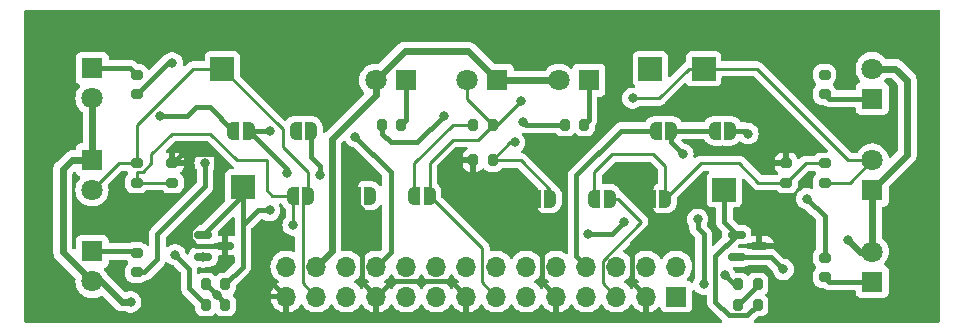
<source format=gbr>
%TF.GenerationSoftware,KiCad,Pcbnew,8.0.1*%
%TF.CreationDate,2024-03-24T20:28:12+02:00*%
%TF.ProjectId,EEE3088_HLDZUH001_Sensing,45454533-3038-4385-9f48-4c445a554830,rev?*%
%TF.SameCoordinates,Original*%
%TF.FileFunction,Copper,L1,Top*%
%TF.FilePolarity,Positive*%
%FSLAX46Y46*%
G04 Gerber Fmt 4.6, Leading zero omitted, Abs format (unit mm)*
G04 Created by KiCad (PCBNEW 8.0.1) date 2024-03-24 20:28:12*
%MOMM*%
%LPD*%
G01*
G04 APERTURE LIST*
G04 Aperture macros list*
%AMRoundRect*
0 Rectangle with rounded corners*
0 $1 Rounding radius*
0 $2 $3 $4 $5 $6 $7 $8 $9 X,Y pos of 4 corners*
0 Add a 4 corners polygon primitive as box body*
4,1,4,$2,$3,$4,$5,$6,$7,$8,$9,$2,$3,0*
0 Add four circle primitives for the rounded corners*
1,1,$1+$1,$2,$3*
1,1,$1+$1,$4,$5*
1,1,$1+$1,$6,$7*
1,1,$1+$1,$8,$9*
0 Add four rect primitives between the rounded corners*
20,1,$1+$1,$2,$3,$4,$5,0*
20,1,$1+$1,$4,$5,$6,$7,0*
20,1,$1+$1,$6,$7,$8,$9,0*
20,1,$1+$1,$8,$9,$2,$3,0*%
%AMFreePoly0*
4,1,19,0.500000,-0.750000,0.000000,-0.750000,0.000000,-0.744911,-0.071157,-0.744911,-0.207708,-0.704816,-0.327430,-0.627875,-0.420627,-0.520320,-0.479746,-0.390866,-0.500000,-0.250000,-0.500000,0.250000,-0.479746,0.390866,-0.420627,0.520320,-0.327430,0.627875,-0.207708,0.704816,-0.071157,0.744911,0.000000,0.744911,0.000000,0.750000,0.500000,0.750000,0.500000,-0.750000,0.500000,-0.750000,
$1*%
%AMFreePoly1*
4,1,19,0.000000,0.744911,0.071157,0.744911,0.207708,0.704816,0.327430,0.627875,0.420627,0.520320,0.479746,0.390866,0.500000,0.250000,0.500000,-0.250000,0.479746,-0.390866,0.420627,-0.520320,0.327430,-0.627875,0.207708,-0.704816,0.071157,-0.744911,0.000000,-0.744911,0.000000,-0.750000,-0.500000,-0.750000,-0.500000,0.750000,0.000000,0.750000,0.000000,0.744911,0.000000,0.744911,
$1*%
G04 Aperture macros list end*
%TA.AperFunction,ComponentPad*%
%ADD10R,1.800000X1.800000*%
%TD*%
%TA.AperFunction,ComponentPad*%
%ADD11C,1.800000*%
%TD*%
%TA.AperFunction,SMDPad,CuDef*%
%ADD12R,2.000000X2.000000*%
%TD*%
%TA.AperFunction,SMDPad,CuDef*%
%ADD13RoundRect,0.200000X-0.200000X-0.275000X0.200000X-0.275000X0.200000X0.275000X-0.200000X0.275000X0*%
%TD*%
%TA.AperFunction,SMDPad,CuDef*%
%ADD14RoundRect,0.200000X0.275000X-0.200000X0.275000X0.200000X-0.275000X0.200000X-0.275000X-0.200000X0*%
%TD*%
%TA.AperFunction,SMDPad,CuDef*%
%ADD15RoundRect,0.200000X0.200000X0.275000X-0.200000X0.275000X-0.200000X-0.275000X0.200000X-0.275000X0*%
%TD*%
%TA.AperFunction,SMDPad,CuDef*%
%ADD16RoundRect,0.200000X-0.275000X0.200000X-0.275000X-0.200000X0.275000X-0.200000X0.275000X0.200000X0*%
%TD*%
%TA.AperFunction,SMDPad,CuDef*%
%ADD17RoundRect,0.150000X-0.587500X-0.150000X0.587500X-0.150000X0.587500X0.150000X-0.587500X0.150000X0*%
%TD*%
%TA.AperFunction,SMDPad,CuDef*%
%ADD18FreePoly0,0.000000*%
%TD*%
%TA.AperFunction,SMDPad,CuDef*%
%ADD19FreePoly1,0.000000*%
%TD*%
%TA.AperFunction,ComponentPad*%
%ADD20R,1.700000X1.700000*%
%TD*%
%TA.AperFunction,ComponentPad*%
%ADD21O,1.700000X1.700000*%
%TD*%
%TA.AperFunction,ViaPad*%
%ADD22C,0.800000*%
%TD*%
%TA.AperFunction,Conductor*%
%ADD23C,0.400000*%
%TD*%
%TA.AperFunction,Conductor*%
%ADD24C,0.250000*%
%TD*%
%TA.AperFunction,Conductor*%
%ADD25C,0.600000*%
%TD*%
G04 APERTURE END LIST*
D10*
%TO.P,D9,1,K*%
%TO.N,+BATT*%
X215025000Y-85775000D03*
D11*
%TO.P,D9,2,A*%
%TO.N,/PA3*%
X215025000Y-83235000D03*
%TD*%
D10*
%TO.P,D8,1,K*%
%TO.N,+BATT*%
X183275000Y-76475000D03*
D11*
%TO.P,D8,2,A*%
%TO.N,/PA6*%
X180735000Y-76475000D03*
%TD*%
D10*
%TO.P,D7,1,K*%
%TO.N,+BATT*%
X148975000Y-83225000D03*
D11*
%TO.P,D7,2,A*%
%TO.N,/AB0*%
X148975000Y-85765000D03*
%TD*%
D10*
%TO.P,D6,1,K*%
%TO.N,Net-(D6-K)*%
X215025000Y-78025000D03*
D11*
%TO.P,D6,2,A*%
%TO.N,+BATT*%
X215025000Y-75485000D03*
%TD*%
D10*
%TO.P,D5,1,K*%
%TO.N,Net-(D5-K)*%
X175525000Y-76475000D03*
D11*
%TO.P,D5,2,A*%
%TO.N,+BATT*%
X172985000Y-76475000D03*
%TD*%
D10*
%TO.P,D4,1,K*%
%TO.N,Net-(D4-K)*%
X148975000Y-90975000D03*
D11*
%TO.P,D4,2,A*%
%TO.N,+BATT*%
X148975000Y-93515000D03*
%TD*%
D10*
%TO.P,D3,1,K*%
%TO.N,Net-(D3-K)*%
X215025000Y-93525000D03*
D11*
%TO.P,D3,2,A*%
%TO.N,+BATT*%
X215025000Y-90985000D03*
%TD*%
D10*
%TO.P,D2,1,K*%
%TO.N,Net-(D2-K)*%
X191025000Y-76475000D03*
D11*
%TO.P,D2,2,A*%
%TO.N,+BATT*%
X188485000Y-76475000D03*
%TD*%
D10*
%TO.P,D1,1,K*%
%TO.N,Net-(D1-K)*%
X148975000Y-75475000D03*
D11*
%TO.P,D1,2,A*%
%TO.N,+BATT*%
X148975000Y-78015000D03*
%TD*%
D12*
%TO.P,TP5,1,1*%
%TO.N,Net-(JP4-B)*%
X202500000Y-85750000D03*
%TD*%
%TO.P,TP4,1,1*%
%TO.N,Net-(JP2-B)*%
X161750000Y-85500000D03*
%TD*%
%TO.P,TP3,1,1*%
%TO.N,/PA3*%
X200750000Y-75500000D03*
%TD*%
%TO.P,TP2,1,1*%
%TO.N,/PA6*%
X196250000Y-75500000D03*
%TD*%
%TO.P,TP1,1,1*%
%TO.N,/AB0*%
X160000000Y-75500000D03*
%TD*%
D13*
%TO.P,R16,2*%
%TO.N,Net-(JP4-B)*%
X205325000Y-95500000D03*
%TO.P,R16,1*%
%TO.N,Net-(JP3-B)*%
X203675000Y-95500000D03*
%TD*%
%TO.P,R15,2*%
%TO.N,Net-(JP3-B)*%
X205325000Y-93750000D03*
%TO.P,R15,1*%
%TO.N,/PE15*%
X203675000Y-93750000D03*
%TD*%
%TO.P,R14,1*%
%TO.N,/PE8*%
X158600000Y-95500000D03*
%TO.P,R14,2*%
%TO.N,Net-(JP1-B)*%
X160250000Y-95500000D03*
%TD*%
%TO.P,R13,2*%
%TO.N,Net-(JP2-B)*%
X160250000Y-93750000D03*
%TO.P,R13,1*%
%TO.N,Net-(JP1-B)*%
X158600000Y-93750000D03*
%TD*%
D14*
%TO.P,R12,1*%
%TO.N,Net-(JP10-B)*%
X207750000Y-85150000D03*
%TO.P,R12,2*%
%TO.N,GND*%
X207750000Y-83500000D03*
%TD*%
D15*
%TO.P,R11,1*%
%TO.N,Net-(JP6-A)*%
X182900000Y-83250000D03*
%TO.P,R11,2*%
%TO.N,GND*%
X181250000Y-83250000D03*
%TD*%
D14*
%TO.P,R10,1*%
%TO.N,Net-(JP5-A)*%
X155750000Y-85150000D03*
%TO.P,R10,2*%
%TO.N,GND*%
X155750000Y-83500000D03*
%TD*%
%TO.P,R9,2*%
%TO.N,Net-(JP10-B)*%
X211000000Y-83500000D03*
%TO.P,R9,1*%
%TO.N,/PA3*%
X211000000Y-85150000D03*
%TD*%
D15*
%TO.P,R8,1*%
%TO.N,/PA6*%
X182900000Y-80250000D03*
%TO.P,R8,2*%
%TO.N,Net-(JP6-A)*%
X181250000Y-80250000D03*
%TD*%
D16*
%TO.P,R7,1*%
%TO.N,/AB0*%
X152750000Y-83500000D03*
%TO.P,R7,2*%
%TO.N,Net-(JP5-A)*%
X152750000Y-85150000D03*
%TD*%
D14*
%TO.P,R6,1*%
%TO.N,Net-(D6-K)*%
X211000000Y-77650000D03*
%TO.P,R6,2*%
%TO.N,Net-(Q2-C)*%
X211000000Y-76000000D03*
%TD*%
D15*
%TO.P,R5,1*%
%TO.N,Net-(D5-K)*%
X175150000Y-80250000D03*
%TO.P,R5,2*%
%TO.N,Net-(Q2-C)*%
X173500000Y-80250000D03*
%TD*%
D16*
%TO.P,R4,1*%
%TO.N,Net-(D4-K)*%
X152750000Y-91100000D03*
%TO.P,R4,2*%
%TO.N,Net-(Q2-C)*%
X152750000Y-92750000D03*
%TD*%
D14*
%TO.P,R3,2*%
%TO.N,Net-(Q1-C)*%
X211000000Y-91500000D03*
%TO.P,R3,1*%
%TO.N,Net-(D3-K)*%
X211000000Y-93150000D03*
%TD*%
D15*
%TO.P,R2,1*%
%TO.N,Net-(D2-K)*%
X190650000Y-80250000D03*
%TO.P,R2,2*%
%TO.N,Net-(Q1-C)*%
X189000000Y-80250000D03*
%TD*%
D16*
%TO.P,R1,1*%
%TO.N,Net-(D1-K)*%
X152750000Y-76000000D03*
%TO.P,R1,2*%
%TO.N,Net-(Q1-C)*%
X152750000Y-77650000D03*
%TD*%
D17*
%TO.P,Q2,3,E*%
%TO.N,GND*%
X205437500Y-90500000D03*
%TO.P,Q2,2,C*%
%TO.N,Net-(Q2-C)*%
X203562500Y-91450000D03*
%TO.P,Q2,1,B*%
%TO.N,Net-(JP4-B)*%
X203562500Y-89550000D03*
%TD*%
%TO.P,Q1,1,B*%
%TO.N,Net-(JP2-B)*%
X158375000Y-89550000D03*
%TO.P,Q1,2,C*%
%TO.N,Net-(Q1-C)*%
X158375000Y-91450000D03*
%TO.P,Q1,3,E*%
%TO.N,GND*%
X160250000Y-90500000D03*
%TD*%
D18*
%TO.P,JP10,1,A*%
%TO.N,GND*%
X196200000Y-86500000D03*
D19*
%TO.P,JP10,2,B*%
%TO.N,Net-(JP10-B)*%
X197500000Y-86500000D03*
%TD*%
D18*
%TO.P,JP9,1,A*%
%TO.N,GND*%
X186450000Y-86500000D03*
D19*
%TO.P,JP9,2,B*%
%TO.N,Net-(JP6-A)*%
X187750000Y-86500000D03*
%TD*%
%TO.P,JP8,2,B*%
%TO.N,Net-(JP5-A)*%
X172500000Y-86250000D03*
D18*
%TO.P,JP8,1,A*%
%TO.N,GND*%
X171200000Y-86250000D03*
%TD*%
%TO.P,JP7,1,A*%
%TO.N,Net-(JP10-B)*%
X191500000Y-86500000D03*
D19*
%TO.P,JP7,2,B*%
%TO.N,/PA3*%
X192800000Y-86500000D03*
%TD*%
D18*
%TO.P,JP6,1,A*%
%TO.N,Net-(JP6-A)*%
X176250000Y-86250000D03*
D19*
%TO.P,JP6,2,B*%
%TO.N,/PA6*%
X177550000Y-86250000D03*
%TD*%
D18*
%TO.P,JP5,1,A*%
%TO.N,Net-(JP5-A)*%
X165950000Y-86250000D03*
D19*
%TO.P,JP5,2,B*%
%TO.N,/AB0*%
X167250000Y-86250000D03*
%TD*%
%TO.P,JP4,2,B*%
%TO.N,Net-(JP4-B)*%
X203000000Y-80750000D03*
D18*
%TO.P,JP4,1,A*%
%TO.N,Net-(JP3-B)*%
X201700000Y-80750000D03*
%TD*%
%TO.P,JP3,1,A*%
%TO.N,/PE15*%
X196700000Y-80750000D03*
D19*
%TO.P,JP3,2,B*%
%TO.N,Net-(JP3-B)*%
X198000000Y-80750000D03*
%TD*%
D18*
%TO.P,JP2,1,A*%
%TO.N,Net-(JP1-B)*%
X166200000Y-80750000D03*
D19*
%TO.P,JP2,2,B*%
%TO.N,Net-(JP2-B)*%
X167500000Y-80750000D03*
%TD*%
D18*
%TO.P,JP1,1,A*%
%TO.N,/PE8*%
X160950000Y-80750000D03*
D19*
%TO.P,JP1,2,B*%
%TO.N,Net-(JP1-B)*%
X162250000Y-80750000D03*
%TD*%
D20*
%TO.P,J2,1,Pin_1*%
%TO.N,unconnected-(J2-Pin_1-Pad1)*%
X198450000Y-94790000D03*
D21*
%TO.P,J2,2,Pin_2*%
%TO.N,unconnected-(J2-Pin_2-Pad2)*%
X198450000Y-92250000D03*
%TO.P,J2,3,Pin_3*%
%TO.N,GND*%
X195910000Y-94790000D03*
%TO.P,J2,4,Pin_4*%
%TO.N,+BATT*%
X195910000Y-92250000D03*
%TO.P,J2,5,Pin_5*%
%TO.N,/PA3*%
X193370000Y-94790000D03*
%TO.P,J2,6,Pin_6*%
%TO.N,unconnected-(J2-Pin_6-Pad6)*%
X193370000Y-92250000D03*
%TO.P,J2,7,Pin_7*%
%TO.N,unconnected-(J2-Pin_7-Pad7)*%
X190830000Y-94790000D03*
%TO.P,J2,8,Pin_8*%
%TO.N,/PE15*%
X190830000Y-92250000D03*
%TO.P,J2,9,Pin_9*%
%TO.N,GND*%
X188290000Y-94790000D03*
%TO.P,J2,10,Pin_10*%
%TO.N,unconnected-(J2-Pin_10-Pad10)*%
X188290000Y-92250000D03*
%TO.P,J2,11,Pin_11*%
%TO.N,unconnected-(J2-Pin_11-Pad11)*%
X185750000Y-94790000D03*
%TO.P,J2,12,Pin_12*%
%TO.N,unconnected-(J2-Pin_12-Pad12)*%
X185750000Y-92250000D03*
%TO.P,J2,13,Pin_13*%
%TO.N,/PA6*%
X183210000Y-94790000D03*
%TO.P,J2,14,Pin_14*%
%TO.N,unconnected-(J2-Pin_14-Pad14)*%
X183210000Y-92250000D03*
%TO.P,J2,15,Pin_15*%
%TO.N,GND*%
X180670000Y-94790000D03*
%TO.P,J2,16,Pin_16*%
%TO.N,unconnected-(J2-Pin_16-Pad16)*%
X180670000Y-92250000D03*
%TO.P,J2,17,Pin_17*%
%TO.N,unconnected-(J2-Pin_17-Pad17)*%
X178130000Y-94790000D03*
%TO.P,J2,18,Pin_18*%
%TO.N,unconnected-(J2-Pin_18-Pad18)*%
X178130000Y-92250000D03*
%TO.P,J2,19,Pin_19*%
%TO.N,unconnected-(J2-Pin_19-Pad19)*%
X175590000Y-94790000D03*
%TO.P,J2,20,Pin_20*%
%TO.N,unconnected-(J2-Pin_20-Pad20)*%
X175590000Y-92250000D03*
%TO.P,J2,21,Pin_21*%
%TO.N,GND*%
X173050000Y-94790000D03*
%TO.P,J2,22,Pin_22*%
%TO.N,/PE8*%
X173050000Y-92250000D03*
%TO.P,J2,23,Pin_23*%
%TO.N,unconnected-(J2-Pin_23-Pad23)*%
X170510000Y-94790000D03*
%TO.P,J2,24,Pin_24*%
%TO.N,unconnected-(J2-Pin_24-Pad24)*%
X170510000Y-92250000D03*
%TO.P,J2,25,Pin_25*%
%TO.N,/AB0*%
X167970000Y-94790000D03*
%TO.P,J2,26,Pin_26*%
%TO.N,+BATT*%
X167970000Y-92250000D03*
%TO.P,J2,27,Pin_27*%
%TO.N,GND*%
X165430000Y-94790000D03*
%TO.P,J2,28,Pin_28*%
%TO.N,unconnected-(J2-Pin_28-Pad28)*%
X165430000Y-92250000D03*
%TD*%
D22*
%TO.N,GND*%
X160390686Y-90540686D03*
X163000000Y-90500000D03*
%TO.N,/PE8*%
X160950000Y-80750000D03*
X171250000Y-81250000D03*
%TO.N,Net-(Q2-C)*%
X194000000Y-88500000D03*
X191000000Y-89500000D03*
X178750000Y-79500000D03*
%TO.N,Net-(JP1-B)*%
X159550000Y-94700000D03*
X165500000Y-84300000D03*
%TO.N,/PE8*%
X154750000Y-79500000D03*
X156000000Y-91250000D03*
%TO.N,Net-(Q2-C)*%
X211000000Y-76000000D03*
X207500000Y-92500000D03*
%TO.N,Net-(Q1-C)*%
X189000000Y-80250000D03*
X209500000Y-86500000D03*
%TO.N,Net-(JP2-B)*%
X168250000Y-84500000D03*
X164000000Y-87500000D03*
%TO.N,Net-(Q1-C)*%
X185500000Y-80000000D03*
%TO.N,Net-(JP1-B)*%
X166200000Y-80750000D03*
X164000000Y-80750000D03*
%TO.N,/PE15*%
X202550000Y-93000000D03*
%TO.N,Net-(JP3-B)*%
X203675000Y-95500000D03*
X200750000Y-93750000D03*
X200250000Y-88250000D03*
X199000000Y-82750000D03*
%TO.N,Net-(JP4-B)*%
X202500000Y-85750000D03*
X204500000Y-81000000D03*
%TO.N,/PA3*%
X192800000Y-86500000D03*
X194750000Y-78000000D03*
%TO.N,Net-(JP6-A)*%
X184750000Y-81750000D03*
X181250000Y-80250000D03*
%TO.N,/PA6*%
X196250000Y-75500000D03*
X185250000Y-78250000D03*
%TO.N,Net-(JP5-A)*%
X172500000Y-86250000D03*
X166000000Y-88750000D03*
%TO.N,Net-(Q2-C)*%
X173500000Y-80250000D03*
X158550000Y-83500000D03*
%TO.N,Net-(Q1-C)*%
X155750000Y-75000000D03*
X158375000Y-91450000D03*
%TO.N,+BATT*%
X213000000Y-90000000D03*
X152250000Y-95250000D03*
%TD*%
D23*
%TO.N,GND*%
X157805526Y-90500000D02*
X160250000Y-90500000D01*
X159500000Y-86905526D02*
X157237500Y-89168026D01*
X159500000Y-82750000D02*
X159500000Y-86905526D01*
X159450000Y-82700000D02*
X159500000Y-82750000D01*
X157237500Y-89931974D02*
X157805526Y-90500000D01*
X156550000Y-82700000D02*
X159450000Y-82700000D01*
X157237500Y-89168026D02*
X157237500Y-89931974D01*
X155750000Y-83500000D02*
X156550000Y-82700000D01*
%TO.N,Net-(Q2-C)*%
X153400000Y-92750000D02*
X152750000Y-92750000D01*
X154500000Y-89500000D02*
X154500000Y-91650000D01*
X154500000Y-91650000D02*
X153400000Y-92750000D01*
X158550000Y-85450000D02*
X154500000Y-89500000D01*
X158550000Y-83500000D02*
X158550000Y-85450000D01*
%TO.N,GND*%
X163000000Y-92360000D02*
X163000000Y-90500000D01*
X165430000Y-94790000D02*
X163000000Y-92360000D01*
D24*
%TO.N,/PA6*%
X182000000Y-90700000D02*
X182000000Y-93580000D01*
X182000000Y-93580000D02*
X183210000Y-94790000D01*
X177550000Y-86250000D02*
X182000000Y-90700000D01*
%TO.N,Net-(JP10-B)*%
X191500000Y-84250000D02*
X191500000Y-86500000D01*
X193000000Y-82750000D02*
X191500000Y-84250000D01*
X196500000Y-82750000D02*
X193000000Y-82750000D01*
X197500000Y-86500000D02*
X197500000Y-83750000D01*
X197500000Y-83750000D02*
X196500000Y-82750000D01*
%TO.N,/PA6*%
X181650000Y-81500000D02*
X182900000Y-80250000D01*
X179500000Y-81500000D02*
X181650000Y-81500000D01*
X177550000Y-86250000D02*
X177550000Y-83450000D01*
X177550000Y-83450000D02*
X179500000Y-81500000D01*
%TO.N,Net-(JP6-A)*%
X179500000Y-80250000D02*
X176250000Y-83500000D01*
X181250000Y-80250000D02*
X179500000Y-80250000D01*
X176250000Y-83500000D02*
X176250000Y-86250000D01*
D23*
%TO.N,Net-(Q2-C)*%
X173500000Y-81000000D02*
X173500000Y-80250000D01*
X176500000Y-81750000D02*
X174250000Y-81750000D01*
X174250000Y-81750000D02*
X173500000Y-81000000D01*
X178750000Y-79500000D02*
X176500000Y-81750000D01*
D24*
%TO.N,Net-(JP5-A)*%
X164250000Y-86250000D02*
X165950000Y-86250000D01*
X163750000Y-85750000D02*
X164250000Y-86250000D01*
X163750000Y-83250000D02*
X163750000Y-85750000D01*
X159000000Y-81000000D02*
X161250000Y-83250000D01*
X155750000Y-81000000D02*
X159000000Y-81000000D01*
X154000000Y-83473004D02*
X154000000Y-82750000D01*
X154000000Y-82750000D02*
X155750000Y-81000000D01*
X152750000Y-84225000D02*
X153248004Y-84225000D01*
X152750000Y-85150000D02*
X152750000Y-84225000D01*
X161250000Y-83250000D02*
X163750000Y-83250000D01*
X153248004Y-84225000D02*
X154000000Y-83473004D01*
D23*
%TO.N,/PE8*%
X158950000Y-78750000D02*
X160950000Y-80750000D01*
X157775306Y-78750000D02*
X158950000Y-78750000D01*
X154750000Y-79500000D02*
X157025306Y-79500000D01*
X157025306Y-79500000D02*
X157775306Y-78750000D01*
D24*
%TO.N,/AB0*%
X152750000Y-80250000D02*
X157500000Y-75500000D01*
X157500000Y-75500000D02*
X160000000Y-75500000D01*
X152750000Y-83500000D02*
X152750000Y-80250000D01*
D23*
%TO.N,Net-(Q1-C)*%
X155400000Y-75000000D02*
X152750000Y-77650000D01*
X155750000Y-75000000D02*
X155400000Y-75000000D01*
%TO.N,GND*%
X171800000Y-93540000D02*
X171800000Y-87372759D01*
X171200000Y-86772759D02*
X171200000Y-86250000D01*
X173050000Y-94790000D02*
X171800000Y-93540000D01*
X171800000Y-87372759D02*
X171200000Y-86772759D01*
X179380000Y-93500000D02*
X174340000Y-93500000D01*
X180670000Y-94790000D02*
X179380000Y-93500000D01*
X174340000Y-93500000D02*
X173050000Y-94790000D01*
X186450000Y-87450000D02*
X186450000Y-86500000D01*
X187040000Y-88040000D02*
X186450000Y-87450000D01*
X187040000Y-93540000D02*
X187040000Y-88040000D01*
X188290000Y-94790000D02*
X187040000Y-93540000D01*
X196200000Y-88705000D02*
X196200000Y-86500000D01*
X194660000Y-90245000D02*
X196200000Y-88705000D01*
X194660000Y-93540000D02*
X194660000Y-90245000D01*
X195910000Y-94790000D02*
X194660000Y-93540000D01*
D24*
%TO.N,Net-(JP10-B)*%
X200500000Y-83500000D02*
X197500000Y-86500000D01*
X205400000Y-85150000D02*
X203750000Y-83500000D01*
X203750000Y-83500000D02*
X200500000Y-83500000D01*
X207750000Y-85150000D02*
X205400000Y-85150000D01*
D25*
%TO.N,+BATT*%
X149765000Y-93515000D02*
X148975000Y-93515000D01*
X151500000Y-95250000D02*
X149765000Y-93515000D01*
X152250000Y-95250000D02*
X151500000Y-95250000D01*
D23*
%TO.N,/PE8*%
X173050000Y-92250000D02*
X174250000Y-91050000D01*
X174250000Y-91050000D02*
X174250000Y-84250000D01*
X174250000Y-84250000D02*
X171250000Y-81250000D01*
%TO.N,Net-(Q2-C)*%
X193000000Y-89500000D02*
X194000000Y-88500000D01*
X191000000Y-89500000D02*
X193000000Y-89500000D01*
D24*
%TO.N,/PA3*%
X192195000Y-91763299D02*
X192195000Y-93615000D01*
X192195000Y-93615000D02*
X193370000Y-94790000D01*
X193500000Y-86500000D02*
X195479150Y-88479149D01*
X195479150Y-88479149D02*
X192195000Y-91763299D01*
X192800000Y-86500000D02*
X193500000Y-86500000D01*
D23*
%TO.N,/PE15*%
X189980000Y-91400000D02*
X190830000Y-92250000D01*
X189980000Y-84520000D02*
X189980000Y-91400000D01*
X196700000Y-80750000D02*
X193750000Y-80750000D01*
X193750000Y-80750000D02*
X189980000Y-84520000D01*
%TO.N,Net-(JP1-B)*%
X160250000Y-95400000D02*
X159550000Y-94700000D01*
X159550000Y-94700000D02*
X158600000Y-93750000D01*
X165500000Y-84000000D02*
X165500000Y-84300000D01*
X162250000Y-80750000D02*
X165500000Y-84000000D01*
D24*
%TO.N,/AB0*%
X167250000Y-84250000D02*
X167250000Y-86250000D01*
X165114909Y-80614909D02*
X165114909Y-82114909D01*
X160000000Y-75500000D02*
X165114909Y-80614909D01*
X165114909Y-82114909D02*
X167250000Y-84250000D01*
D23*
%TO.N,/PE8*%
X157174264Y-92424264D02*
X156000000Y-91250000D01*
X157174264Y-94074264D02*
X157174264Y-92424264D01*
X158600000Y-95500000D02*
X157174264Y-94074264D01*
%TO.N,Net-(Q2-C)*%
X206450000Y-91450000D02*
X207500000Y-92500000D01*
X203562500Y-91450000D02*
X206450000Y-91450000D01*
%TO.N,Net-(Q1-C)*%
X211000000Y-88000000D02*
X209500000Y-86500000D01*
X211000000Y-91500000D02*
X211000000Y-88000000D01*
%TO.N,Net-(JP2-B)*%
X167500000Y-83000000D02*
X167500000Y-80750000D01*
X168250000Y-84500000D02*
X168250000Y-83750000D01*
X163000000Y-87500000D02*
X164000000Y-87500000D01*
X161750000Y-88750000D02*
X163000000Y-87500000D01*
X168250000Y-83750000D02*
X167500000Y-83000000D01*
X161750000Y-88750000D02*
X161750000Y-92250000D01*
X161750000Y-85500000D02*
X161750000Y-88750000D01*
%TO.N,Net-(Q1-C)*%
X185750000Y-80250000D02*
X185500000Y-80000000D01*
X189000000Y-80250000D02*
X185750000Y-80250000D01*
%TO.N,Net-(JP1-B)*%
X162250000Y-80750000D02*
X164000000Y-80750000D01*
%TO.N,/PE15*%
X203300000Y-93750000D02*
X202550000Y-93000000D01*
X203675000Y-93750000D02*
X203300000Y-93750000D01*
%TO.N,Net-(JP3-B)*%
X200750000Y-89500000D02*
X200750000Y-93750000D01*
X200250000Y-89000000D02*
X200750000Y-89500000D01*
X200250000Y-88250000D02*
X200250000Y-89000000D01*
X198000000Y-81750000D02*
X199000000Y-82750000D01*
X198000000Y-80750000D02*
X198000000Y-81750000D01*
X205325000Y-93850000D02*
X203675000Y-95500000D01*
X205325000Y-93750000D02*
X205325000Y-93850000D01*
%TO.N,Net-(JP4-B)*%
X201750000Y-91362500D02*
X203562500Y-89550000D01*
X202875000Y-96375000D02*
X201750000Y-95250000D01*
X201750000Y-95250000D02*
X201750000Y-91362500D01*
X204450000Y-96375000D02*
X202875000Y-96375000D01*
X205325000Y-95500000D02*
X204450000Y-96375000D01*
X202500000Y-88487500D02*
X202500000Y-85750000D01*
X203562500Y-89550000D02*
X202500000Y-88487500D01*
X204250000Y-80750000D02*
X204500000Y-81000000D01*
X203000000Y-80750000D02*
X204250000Y-80750000D01*
%TO.N,Net-(JP3-B)*%
X201700000Y-80750000D02*
X198000000Y-80750000D01*
%TO.N,Net-(JP1-B)*%
X160250000Y-95500000D02*
X160250000Y-95400000D01*
%TO.N,Net-(JP2-B)*%
X161750000Y-92250000D02*
X160250000Y-93750000D01*
X161750000Y-86175000D02*
X161750000Y-85500000D01*
X158375000Y-89550000D02*
X161750000Y-86175000D01*
D24*
%TO.N,/PA3*%
X197000000Y-78000000D02*
X194750000Y-78000000D01*
X200750000Y-75500000D02*
X199500000Y-75500000D01*
X199500000Y-75500000D02*
X197000000Y-78000000D01*
X212985000Y-83235000D02*
X215025000Y-83235000D01*
X205250000Y-75500000D02*
X212985000Y-83235000D01*
X200750000Y-75500000D02*
X205250000Y-75500000D01*
%TO.N,Net-(JP10-B)*%
X209400000Y-83500000D02*
X207750000Y-85150000D01*
X211000000Y-83500000D02*
X209400000Y-83500000D01*
%TO.N,Net-(JP6-A)*%
X184400000Y-81750000D02*
X182900000Y-83250000D01*
X184750000Y-81750000D02*
X184400000Y-81750000D01*
X185255000Y-83250000D02*
X187750000Y-85745000D01*
X187750000Y-85745000D02*
X187750000Y-86500000D01*
X182900000Y-83250000D02*
X185255000Y-83250000D01*
%TO.N,Net-(JP5-A)*%
X155750000Y-85150000D02*
X152750000Y-85150000D01*
%TO.N,/PA6*%
X183250000Y-80250000D02*
X185250000Y-78250000D01*
X182900000Y-80250000D02*
X183250000Y-80250000D01*
%TO.N,Net-(JP5-A)*%
X166000000Y-86350000D02*
X166000000Y-88750000D01*
X165950000Y-86300000D02*
X166000000Y-86350000D01*
X165950000Y-86250000D02*
X165950000Y-86300000D01*
%TO.N,/AB0*%
X166795000Y-93615000D02*
X167970000Y-94790000D01*
X166795000Y-86705000D02*
X166795000Y-93615000D01*
X167250000Y-86250000D02*
X166795000Y-86705000D01*
%TO.N,/PA3*%
X215025000Y-83235000D02*
X213110000Y-85150000D01*
X213110000Y-85150000D02*
X211000000Y-85150000D01*
%TO.N,/PA6*%
X180735000Y-76475000D02*
X180735000Y-78085000D01*
X180735000Y-78085000D02*
X182900000Y-80250000D01*
D25*
%TO.N,+BATT*%
X169250000Y-90970000D02*
X167970000Y-92250000D01*
X169250000Y-81482792D02*
X169250000Y-90970000D01*
X172985000Y-77747792D02*
X169250000Y-81482792D01*
X172985000Y-76475000D02*
X172985000Y-77747792D01*
X180800000Y-74000000D02*
X183275000Y-76475000D01*
X175460000Y-74000000D02*
X180800000Y-74000000D01*
X172985000Y-76475000D02*
X175460000Y-74000000D01*
X188485000Y-76475000D02*
X183275000Y-76475000D01*
X213985000Y-90985000D02*
X213000000Y-90000000D01*
X215025000Y-90985000D02*
X213985000Y-90985000D01*
X216985000Y-75485000D02*
X215025000Y-75485000D01*
X218000000Y-82800000D02*
X218000000Y-76500000D01*
X215025000Y-85775000D02*
X218000000Y-82800000D01*
X218000000Y-76500000D02*
X216985000Y-75485000D01*
X215025000Y-90985000D02*
X215025000Y-85775000D01*
D23*
%TO.N,Net-(D5-K)*%
X175525000Y-79875000D02*
X175150000Y-80250000D01*
X175525000Y-76475000D02*
X175525000Y-79875000D01*
%TO.N,Net-(D2-K)*%
X191025000Y-79875000D02*
X190650000Y-80250000D01*
X191025000Y-76475000D02*
X191025000Y-79875000D01*
%TO.N,Net-(D6-K)*%
X211375000Y-78025000D02*
X211000000Y-77650000D01*
X215025000Y-78025000D02*
X211375000Y-78025000D01*
%TO.N,Net-(D3-K)*%
X211375000Y-93525000D02*
X211000000Y-93150000D01*
X215025000Y-93525000D02*
X211375000Y-93525000D01*
%TO.N,Net-(D4-K)*%
X152625000Y-90975000D02*
X152750000Y-91100000D01*
X148975000Y-90975000D02*
X152625000Y-90975000D01*
%TO.N,Net-(D1-K)*%
X152225000Y-75475000D02*
X152750000Y-76000000D01*
X148975000Y-75475000D02*
X152225000Y-75475000D01*
D25*
%TO.N,+BATT*%
X146500000Y-91040000D02*
X146500000Y-84000000D01*
X148975000Y-93515000D02*
X146500000Y-91040000D01*
X146500000Y-84000000D02*
X147275000Y-83225000D01*
X147275000Y-83225000D02*
X148975000Y-83225000D01*
X148975000Y-83225000D02*
X148975000Y-78015000D01*
D24*
%TO.N,/AB0*%
X148975000Y-85765000D02*
X151240000Y-83500000D01*
X151240000Y-83500000D02*
X152750000Y-83500000D01*
%TD*%
%TA.AperFunction,Conductor*%
%TO.N,GND*%
G36*
X220693039Y-70519685D02*
G01*
X220738794Y-70572489D01*
X220750000Y-70624000D01*
X220750000Y-96876000D01*
X220730315Y-96943039D01*
X220677511Y-96988794D01*
X220626000Y-97000000D01*
X205115020Y-97000000D01*
X205047981Y-96980315D01*
X205002226Y-96927511D01*
X204992282Y-96858353D01*
X205021307Y-96794797D01*
X205027339Y-96788319D01*
X205303838Y-96511819D01*
X205365161Y-96478334D01*
X205391519Y-96475500D01*
X205581613Y-96475500D01*
X205581616Y-96475500D01*
X205652196Y-96469086D01*
X205814606Y-96418478D01*
X205960185Y-96330472D01*
X206080472Y-96210185D01*
X206168478Y-96064606D01*
X206219086Y-95902196D01*
X206225500Y-95831616D01*
X206225500Y-95168384D01*
X206219086Y-95097804D01*
X206168478Y-94935394D01*
X206080472Y-94789815D01*
X206080470Y-94789813D01*
X206080469Y-94789811D01*
X206003339Y-94712681D01*
X205969854Y-94651358D01*
X205974838Y-94581666D01*
X206003339Y-94537319D01*
X206080468Y-94460189D01*
X206080469Y-94460188D01*
X206080472Y-94460185D01*
X206168478Y-94314606D01*
X206219086Y-94152196D01*
X206225500Y-94081616D01*
X206225500Y-93418384D01*
X206219086Y-93347804D01*
X206168478Y-93185394D01*
X206080472Y-93039815D01*
X206080470Y-93039813D01*
X206080469Y-93039811D01*
X205960188Y-92919530D01*
X205916651Y-92893211D01*
X205814606Y-92831522D01*
X205652196Y-92780914D01*
X205652194Y-92780913D01*
X205652192Y-92780913D01*
X205602778Y-92776423D01*
X205581616Y-92774500D01*
X205068384Y-92774500D01*
X205049145Y-92776248D01*
X204997807Y-92780913D01*
X204835393Y-92831522D01*
X204689811Y-92919530D01*
X204689810Y-92919531D01*
X204587681Y-93021661D01*
X204526358Y-93055146D01*
X204456666Y-93050162D01*
X204412319Y-93021661D01*
X204310188Y-92919530D01*
X204266651Y-92893211D01*
X204164606Y-92831522D01*
X204002196Y-92780914D01*
X204002194Y-92780913D01*
X204002192Y-92780913D01*
X203952778Y-92776423D01*
X203931616Y-92774500D01*
X203931613Y-92774500D01*
X203513664Y-92774500D01*
X203446625Y-92754815D01*
X203400870Y-92702011D01*
X203395733Y-92688818D01*
X203377181Y-92631722D01*
X203377180Y-92631721D01*
X203377179Y-92631716D01*
X203282533Y-92467784D01*
X203273247Y-92457471D01*
X203243018Y-92394481D01*
X203251643Y-92325145D01*
X203296385Y-92271480D01*
X203363037Y-92250522D01*
X203365398Y-92250500D01*
X204215686Y-92250500D01*
X204215694Y-92250500D01*
X204252569Y-92247598D01*
X204252571Y-92247597D01*
X204252573Y-92247597D01*
X204306309Y-92231985D01*
X204410398Y-92201744D01*
X204467848Y-92167767D01*
X204530969Y-92150500D01*
X206108481Y-92150500D01*
X206175520Y-92170185D01*
X206196162Y-92186819D01*
X206573495Y-92564152D01*
X206606980Y-92625475D01*
X206609134Y-92638869D01*
X206614325Y-92688249D01*
X206614326Y-92688256D01*
X206614327Y-92688259D01*
X206672818Y-92868277D01*
X206672821Y-92868284D01*
X206767467Y-93032216D01*
X206877867Y-93154827D01*
X206894129Y-93172888D01*
X207047265Y-93284148D01*
X207047270Y-93284151D01*
X207220192Y-93361142D01*
X207220197Y-93361144D01*
X207405354Y-93400500D01*
X207405355Y-93400500D01*
X207594644Y-93400500D01*
X207594646Y-93400500D01*
X207779803Y-93361144D01*
X207952730Y-93284151D01*
X208105871Y-93172888D01*
X208232533Y-93032216D01*
X208327179Y-92868284D01*
X208385674Y-92688256D01*
X208405460Y-92500000D01*
X208385674Y-92311744D01*
X208327179Y-92131716D01*
X208232533Y-91967784D01*
X208105871Y-91827112D01*
X208098868Y-91822024D01*
X207952734Y-91715851D01*
X207952729Y-91715848D01*
X207779807Y-91638857D01*
X207779802Y-91638855D01*
X207628938Y-91606789D01*
X207624872Y-91605924D01*
X207563391Y-91572733D01*
X207562973Y-91572316D01*
X206896546Y-90905888D01*
X206896545Y-90905887D01*
X206781809Y-90829223D01*
X206748155Y-90815284D01*
X206704552Y-90784895D01*
X206672295Y-90750000D01*
X206530162Y-90750000D01*
X206519984Y-90749500D01*
X206518994Y-90749500D01*
X206518993Y-90749500D01*
X204530969Y-90749500D01*
X204467848Y-90732232D01*
X204443419Y-90717785D01*
X204410398Y-90698256D01*
X204410397Y-90698255D01*
X204410396Y-90698255D01*
X204410393Y-90698254D01*
X204252573Y-90652402D01*
X204252567Y-90652401D01*
X204215701Y-90649500D01*
X204215694Y-90649500D01*
X203753019Y-90649500D01*
X203685980Y-90629815D01*
X203640225Y-90577011D01*
X203630281Y-90507853D01*
X203659306Y-90444297D01*
X203665338Y-90437819D01*
X203716338Y-90386819D01*
X203777661Y-90353334D01*
X203804019Y-90350500D01*
X204215686Y-90350500D01*
X204215694Y-90350500D01*
X204252569Y-90347598D01*
X204252571Y-90347597D01*
X204252573Y-90347597D01*
X204294191Y-90335505D01*
X204410398Y-90301744D01*
X204468694Y-90267268D01*
X204531815Y-90250000D01*
X205187500Y-90250000D01*
X205187500Y-89700000D01*
X205687500Y-89700000D01*
X205687500Y-90250000D01*
X206672295Y-90250000D01*
X206672295Y-90249998D01*
X206672100Y-90247513D01*
X206626281Y-90089801D01*
X206542685Y-89948447D01*
X206542678Y-89948438D01*
X206426561Y-89832321D01*
X206426552Y-89832314D01*
X206285196Y-89748717D01*
X206285193Y-89748716D01*
X206127495Y-89702900D01*
X206127489Y-89702899D01*
X206090649Y-89700000D01*
X205687500Y-89700000D01*
X205187500Y-89700000D01*
X204924500Y-89700000D01*
X204857461Y-89680315D01*
X204811706Y-89627511D01*
X204800500Y-89576000D01*
X204800500Y-89334313D01*
X204800499Y-89334298D01*
X204800303Y-89331811D01*
X204797598Y-89297431D01*
X204797088Y-89295677D01*
X204763836Y-89181224D01*
X204751744Y-89139602D01*
X204668081Y-88998135D01*
X204668079Y-88998133D01*
X204668076Y-88998129D01*
X204551870Y-88881923D01*
X204551862Y-88881917D01*
X204410396Y-88798255D01*
X204410393Y-88798254D01*
X204252573Y-88752402D01*
X204252567Y-88752401D01*
X204215701Y-88749500D01*
X204215694Y-88749500D01*
X203804019Y-88749500D01*
X203736980Y-88729815D01*
X203716338Y-88713181D01*
X203236819Y-88233662D01*
X203203334Y-88172339D01*
X203200500Y-88145981D01*
X203200500Y-87374499D01*
X203220185Y-87307460D01*
X203272989Y-87261705D01*
X203324500Y-87250499D01*
X203547871Y-87250499D01*
X203547872Y-87250499D01*
X203607483Y-87244091D01*
X203742331Y-87193796D01*
X203857546Y-87107546D01*
X203943796Y-86992331D01*
X203994091Y-86857483D01*
X204000500Y-86797873D01*
X204000499Y-84934450D01*
X204020184Y-84867412D01*
X204072987Y-84821657D01*
X204142146Y-84811713D01*
X204205702Y-84840738D01*
X204212176Y-84846766D01*
X204914141Y-85548732D01*
X204914142Y-85548733D01*
X204961436Y-85596027D01*
X205001268Y-85635859D01*
X205103707Y-85704307D01*
X205103713Y-85704310D01*
X205103714Y-85704311D01*
X205217548Y-85751463D01*
X205277971Y-85763481D01*
X205338393Y-85775500D01*
X205338394Y-85775500D01*
X206858480Y-85775500D01*
X206925519Y-85795185D01*
X206946161Y-85811819D01*
X207039811Y-85905469D01*
X207039813Y-85905470D01*
X207039815Y-85905472D01*
X207185394Y-85993478D01*
X207347804Y-86044086D01*
X207418384Y-86050500D01*
X207418387Y-86050500D01*
X208081613Y-86050500D01*
X208081616Y-86050500D01*
X208152196Y-86044086D01*
X208314606Y-85993478D01*
X208460185Y-85905472D01*
X208580472Y-85785185D01*
X208668478Y-85639606D01*
X208719086Y-85477196D01*
X208725500Y-85406616D01*
X208725500Y-85110452D01*
X208745185Y-85043413D01*
X208761819Y-85022771D01*
X209622772Y-84161819D01*
X209684095Y-84128334D01*
X209710453Y-84125500D01*
X210108480Y-84125500D01*
X210175519Y-84145185D01*
X210196161Y-84161819D01*
X210271661Y-84237319D01*
X210305146Y-84298642D01*
X210300162Y-84368334D01*
X210271661Y-84412681D01*
X210169531Y-84514810D01*
X210169530Y-84514811D01*
X210081522Y-84660393D01*
X210030913Y-84822807D01*
X210024500Y-84893386D01*
X210024500Y-85406613D01*
X210030914Y-85477196D01*
X210048327Y-85533079D01*
X210049477Y-85602939D01*
X210012675Y-85662331D01*
X209949606Y-85692398D01*
X209880293Y-85683594D01*
X209879505Y-85683246D01*
X209779807Y-85638857D01*
X209779802Y-85638855D01*
X209610825Y-85602939D01*
X209594646Y-85599500D01*
X209405354Y-85599500D01*
X209389175Y-85602939D01*
X209220197Y-85638855D01*
X209220192Y-85638857D01*
X209047270Y-85715848D01*
X209047265Y-85715851D01*
X208894129Y-85827111D01*
X208767466Y-85967785D01*
X208672821Y-86131715D01*
X208672818Y-86131722D01*
X208638982Y-86235860D01*
X208614326Y-86311744D01*
X208594540Y-86500000D01*
X208614326Y-86688256D01*
X208614327Y-86688259D01*
X208672818Y-86868277D01*
X208672821Y-86868284D01*
X208767467Y-87032216D01*
X208857063Y-87131722D01*
X208894129Y-87172888D01*
X209047265Y-87284148D01*
X209047270Y-87284151D01*
X209220191Y-87361142D01*
X209220193Y-87361142D01*
X209220197Y-87361144D01*
X209375131Y-87394076D01*
X209436608Y-87427266D01*
X209436823Y-87427480D01*
X209867572Y-87858228D01*
X210263181Y-88253837D01*
X210296666Y-88315160D01*
X210299500Y-88341518D01*
X210299500Y-90683480D01*
X210279815Y-90750519D01*
X210263181Y-90771161D01*
X210169531Y-90864810D01*
X210169530Y-90864811D01*
X210081522Y-91010393D01*
X210030913Y-91172807D01*
X210024500Y-91243386D01*
X210024500Y-91756613D01*
X210030913Y-91827192D01*
X210030913Y-91827194D01*
X210030914Y-91827196D01*
X210081522Y-91989606D01*
X210157211Y-92114811D01*
X210169530Y-92135188D01*
X210271661Y-92237319D01*
X210305146Y-92298642D01*
X210300162Y-92368334D01*
X210271661Y-92412681D01*
X210169531Y-92514810D01*
X210169530Y-92514811D01*
X210081522Y-92660393D01*
X210030913Y-92822807D01*
X210026781Y-92868284D01*
X210024500Y-92893384D01*
X210024500Y-93406616D01*
X210025570Y-93418386D01*
X210030913Y-93477192D01*
X210030913Y-93477194D01*
X210030914Y-93477196D01*
X210081522Y-93639606D01*
X210155785Y-93762452D01*
X210169530Y-93785188D01*
X210289811Y-93905469D01*
X210289813Y-93905470D01*
X210289815Y-93905472D01*
X210435394Y-93993478D01*
X210597804Y-94044086D01*
X210668384Y-94050500D01*
X210862984Y-94050500D01*
X210930023Y-94070185D01*
X210931874Y-94071398D01*
X211043186Y-94145774D01*
X211043190Y-94145776D01*
X211135108Y-94183849D01*
X211170672Y-94198580D01*
X211170676Y-94198580D01*
X211170677Y-94198581D01*
X211306003Y-94225500D01*
X211306006Y-94225500D01*
X211306007Y-94225500D01*
X213500501Y-94225500D01*
X213567540Y-94245185D01*
X213613295Y-94297989D01*
X213624501Y-94349500D01*
X213624501Y-94472876D01*
X213630908Y-94532483D01*
X213681202Y-94667328D01*
X213681206Y-94667335D01*
X213767452Y-94782544D01*
X213767455Y-94782547D01*
X213882664Y-94868793D01*
X213882671Y-94868797D01*
X214017517Y-94919091D01*
X214017516Y-94919091D01*
X214024444Y-94919835D01*
X214077127Y-94925500D01*
X215972872Y-94925499D01*
X216032483Y-94919091D01*
X216167331Y-94868796D01*
X216282546Y-94782546D01*
X216368796Y-94667331D01*
X216419091Y-94532483D01*
X216425500Y-94472873D01*
X216425499Y-92577128D01*
X216419091Y-92517517D01*
X216418083Y-92514815D01*
X216368797Y-92382671D01*
X216368793Y-92382664D01*
X216282547Y-92267455D01*
X216282544Y-92267452D01*
X216167335Y-92181206D01*
X216167328Y-92181202D01*
X216087094Y-92151277D01*
X216031160Y-92109406D01*
X216006743Y-92043941D01*
X216021595Y-91975668D01*
X216039190Y-91951121D01*
X216133979Y-91848153D01*
X216260924Y-91653849D01*
X216354157Y-91441300D01*
X216411134Y-91216305D01*
X216411135Y-91216297D01*
X216430300Y-90985006D01*
X216430300Y-90984993D01*
X216411135Y-90753702D01*
X216411133Y-90753691D01*
X216354157Y-90528699D01*
X216260924Y-90316151D01*
X216133983Y-90121852D01*
X216133980Y-90121849D01*
X216133979Y-90121847D01*
X215976784Y-89951087D01*
X215976779Y-89951083D01*
X215976777Y-89951081D01*
X215873338Y-89870571D01*
X215832525Y-89813861D01*
X215825500Y-89772718D01*
X215825500Y-87299499D01*
X215845185Y-87232460D01*
X215897989Y-87186705D01*
X215949500Y-87175499D01*
X215972871Y-87175499D01*
X215972872Y-87175499D01*
X216032483Y-87169091D01*
X216167331Y-87118796D01*
X216282546Y-87032546D01*
X216368796Y-86917331D01*
X216419091Y-86782483D01*
X216425500Y-86722873D01*
X216425499Y-85557938D01*
X216445184Y-85490900D01*
X216461813Y-85470263D01*
X218621788Y-83310290D01*
X218621789Y-83310289D01*
X218709394Y-83179179D01*
X218761469Y-83053458D01*
X218769737Y-83033498D01*
X218800500Y-82878843D01*
X218800500Y-82721158D01*
X218800500Y-76421158D01*
X218794098Y-76388973D01*
X218785977Y-76348147D01*
X218774069Y-76288279D01*
X218769738Y-76266503D01*
X218709394Y-76120821D01*
X218709392Y-76120818D01*
X218709390Y-76120814D01*
X218621789Y-75989711D01*
X218621786Y-75989707D01*
X217495292Y-74863213D01*
X217495288Y-74863210D01*
X217364185Y-74775609D01*
X217364172Y-74775602D01*
X217218501Y-74715264D01*
X217218489Y-74715261D01*
X217063845Y-74684500D01*
X217063842Y-74684500D01*
X216242018Y-74684500D01*
X216174979Y-74664815D01*
X216138209Y-74628321D01*
X216133980Y-74621849D01*
X216133979Y-74621847D01*
X215976784Y-74451087D01*
X215976779Y-74451083D01*
X215976777Y-74451081D01*
X215793634Y-74308535D01*
X215793628Y-74308531D01*
X215589504Y-74198064D01*
X215589495Y-74198061D01*
X215369984Y-74122702D01*
X215198282Y-74094050D01*
X215141049Y-74084500D01*
X214908951Y-74084500D01*
X214863164Y-74092140D01*
X214680015Y-74122702D01*
X214460504Y-74198061D01*
X214460495Y-74198064D01*
X214256371Y-74308531D01*
X214256365Y-74308535D01*
X214073222Y-74451081D01*
X214073219Y-74451084D01*
X214073216Y-74451086D01*
X214073216Y-74451087D01*
X214014267Y-74515122D01*
X213916016Y-74621852D01*
X213789075Y-74816151D01*
X213695842Y-75028699D01*
X213638866Y-75253691D01*
X213638864Y-75253702D01*
X213619700Y-75484993D01*
X213619700Y-75485006D01*
X213638864Y-75716297D01*
X213638866Y-75716308D01*
X213695842Y-75941300D01*
X213789075Y-76153848D01*
X213916016Y-76348147D01*
X213916019Y-76348150D01*
X213916021Y-76348153D01*
X214010803Y-76451114D01*
X214041724Y-76513767D01*
X214033864Y-76583193D01*
X213989716Y-76637348D01*
X213962906Y-76651277D01*
X213882669Y-76681203D01*
X213882664Y-76681206D01*
X213767455Y-76767452D01*
X213767452Y-76767455D01*
X213681206Y-76882664D01*
X213681202Y-76882671D01*
X213630908Y-77017517D01*
X213628698Y-77038079D01*
X213624501Y-77077123D01*
X213624500Y-77077135D01*
X213624500Y-77200500D01*
X213604815Y-77267539D01*
X213552011Y-77313294D01*
X213500500Y-77324500D01*
X212060856Y-77324500D01*
X211993817Y-77304815D01*
X211948062Y-77252011D01*
X211942470Y-77237390D01*
X211918478Y-77160394D01*
X211830472Y-77014815D01*
X211830470Y-77014813D01*
X211830469Y-77014811D01*
X211728339Y-76912681D01*
X211694854Y-76851358D01*
X211699838Y-76781666D01*
X211728339Y-76737319D01*
X211830468Y-76635189D01*
X211830469Y-76635188D01*
X211830472Y-76635185D01*
X211918478Y-76489606D01*
X211969086Y-76327196D01*
X211975500Y-76256616D01*
X211975500Y-75743384D01*
X211969086Y-75672804D01*
X211918478Y-75510394D01*
X211830472Y-75364815D01*
X211830470Y-75364813D01*
X211830469Y-75364811D01*
X211710188Y-75244530D01*
X211616782Y-75188064D01*
X211564606Y-75156522D01*
X211402196Y-75105914D01*
X211402194Y-75105913D01*
X211402192Y-75105913D01*
X211351060Y-75101267D01*
X211331616Y-75099500D01*
X210668384Y-75099500D01*
X210649145Y-75101248D01*
X210597807Y-75105913D01*
X210435393Y-75156522D01*
X210289811Y-75244530D01*
X210169530Y-75364811D01*
X210081522Y-75510393D01*
X210030913Y-75672807D01*
X210025782Y-75729275D01*
X210024500Y-75743384D01*
X210024500Y-76256616D01*
X210025399Y-76266510D01*
X210030913Y-76327192D01*
X210030913Y-76327194D01*
X210030914Y-76327196D01*
X210081522Y-76489606D01*
X210152781Y-76607483D01*
X210169530Y-76635188D01*
X210271661Y-76737319D01*
X210305146Y-76798642D01*
X210300162Y-76868334D01*
X210271661Y-76912681D01*
X210169531Y-77014810D01*
X210169530Y-77014811D01*
X210081522Y-77160393D01*
X210030913Y-77322807D01*
X210028792Y-77346151D01*
X210024912Y-77388856D01*
X210024500Y-77393386D01*
X210024500Y-77906613D01*
X210030913Y-77977192D01*
X210030913Y-77977194D01*
X210030914Y-77977196D01*
X210081522Y-78139606D01*
X210153142Y-78258080D01*
X210169530Y-78285188D01*
X210289811Y-78405469D01*
X210289813Y-78405470D01*
X210289815Y-78405472D01*
X210435394Y-78493478D01*
X210597804Y-78544086D01*
X210668384Y-78550500D01*
X210862984Y-78550500D01*
X210930023Y-78570185D01*
X210931874Y-78571398D01*
X211043186Y-78645774D01*
X211043190Y-78645776D01*
X211135108Y-78683849D01*
X211170672Y-78698580D01*
X211170676Y-78698580D01*
X211170677Y-78698581D01*
X211306003Y-78725500D01*
X211306006Y-78725500D01*
X211306007Y-78725500D01*
X213500501Y-78725500D01*
X213567540Y-78745185D01*
X213613295Y-78797989D01*
X213624501Y-78849500D01*
X213624501Y-78972876D01*
X213630908Y-79032483D01*
X213681202Y-79167328D01*
X213681206Y-79167335D01*
X213767452Y-79282544D01*
X213767455Y-79282547D01*
X213882664Y-79368793D01*
X213882671Y-79368797D01*
X214017517Y-79419091D01*
X214017516Y-79419091D01*
X214021600Y-79419530D01*
X214077127Y-79425500D01*
X215972872Y-79425499D01*
X216032483Y-79419091D01*
X216167331Y-79368796D01*
X216282546Y-79282546D01*
X216368796Y-79167331D01*
X216419091Y-79032483D01*
X216425500Y-78972873D01*
X216425499Y-77077128D01*
X216419091Y-77017517D01*
X216418083Y-77014815D01*
X216368797Y-76882671D01*
X216368793Y-76882664D01*
X216282547Y-76767455D01*
X216282544Y-76767452D01*
X216167335Y-76681206D01*
X216167328Y-76681202D01*
X216087094Y-76651277D01*
X216031160Y-76609406D01*
X216006743Y-76543941D01*
X216021595Y-76475668D01*
X216039191Y-76451120D01*
X216133979Y-76348153D01*
X216138209Y-76341679D01*
X216191355Y-76296322D01*
X216242018Y-76285500D01*
X216602060Y-76285500D01*
X216669099Y-76305185D01*
X216689741Y-76321819D01*
X217163181Y-76795259D01*
X217196666Y-76856582D01*
X217199500Y-76882940D01*
X217199500Y-82417059D01*
X217179815Y-82484098D01*
X217163181Y-82504740D01*
X216616589Y-83051332D01*
X216555266Y-83084817D01*
X216485574Y-83079833D01*
X216429641Y-83037961D01*
X216408702Y-82994091D01*
X216354157Y-82778699D01*
X216260924Y-82566151D01*
X216133983Y-82371852D01*
X216133980Y-82371849D01*
X216133979Y-82371847D01*
X215976784Y-82201087D01*
X215976779Y-82201083D01*
X215976777Y-82201081D01*
X215793634Y-82058535D01*
X215793628Y-82058531D01*
X215589504Y-81948064D01*
X215589495Y-81948061D01*
X215369984Y-81872702D01*
X215198282Y-81844050D01*
X215141049Y-81834500D01*
X214908951Y-81834500D01*
X214863164Y-81842140D01*
X214680015Y-81872702D01*
X214460504Y-81948061D01*
X214460495Y-81948064D01*
X214256371Y-82058531D01*
X214256365Y-82058535D01*
X214073222Y-82201081D01*
X214073219Y-82201084D01*
X214073216Y-82201086D01*
X214073216Y-82201087D01*
X214046678Y-82229915D01*
X213916016Y-82371852D01*
X213797458Y-82553321D01*
X213744311Y-82598678D01*
X213693649Y-82609500D01*
X213295452Y-82609500D01*
X213228413Y-82589815D01*
X213207771Y-82573181D01*
X205740198Y-75105608D01*
X205740178Y-75105586D01*
X205648733Y-75014141D01*
X205597509Y-74979915D01*
X205546286Y-74945688D01*
X205546283Y-74945686D01*
X205546280Y-74945685D01*
X205465792Y-74912347D01*
X205432453Y-74898537D01*
X205422427Y-74896543D01*
X205372029Y-74886518D01*
X205371954Y-74886503D01*
X205311610Y-74874500D01*
X205311607Y-74874500D01*
X205311606Y-74874500D01*
X202374499Y-74874500D01*
X202307460Y-74854815D01*
X202261705Y-74802011D01*
X202250499Y-74750500D01*
X202250499Y-74452129D01*
X202250498Y-74452123D01*
X202250497Y-74452116D01*
X202244091Y-74392517D01*
X202239133Y-74379225D01*
X202193797Y-74257671D01*
X202193793Y-74257664D01*
X202107547Y-74142455D01*
X202107544Y-74142452D01*
X201992335Y-74056206D01*
X201992328Y-74056202D01*
X201857482Y-74005908D01*
X201857483Y-74005908D01*
X201797883Y-73999501D01*
X201797881Y-73999500D01*
X201797873Y-73999500D01*
X201797864Y-73999500D01*
X199702129Y-73999500D01*
X199702123Y-73999501D01*
X199642516Y-74005908D01*
X199507671Y-74056202D01*
X199507664Y-74056206D01*
X199392455Y-74142452D01*
X199392452Y-74142455D01*
X199306206Y-74257664D01*
X199306202Y-74257671D01*
X199255908Y-74392517D01*
X199249612Y-74451081D01*
X199249501Y-74452123D01*
X199249500Y-74452135D01*
X199249500Y-74848816D01*
X199229815Y-74915855D01*
X199194391Y-74951918D01*
X199101268Y-75014140D01*
X199077228Y-75038181D01*
X199014142Y-75101267D01*
X197962180Y-76153229D01*
X197900857Y-76186714D01*
X197831165Y-76181730D01*
X197775232Y-76139858D01*
X197750815Y-76074394D01*
X197750499Y-76065548D01*
X197750499Y-74452129D01*
X197750498Y-74452123D01*
X197750497Y-74452116D01*
X197744091Y-74392517D01*
X197739133Y-74379225D01*
X197693797Y-74257671D01*
X197693793Y-74257664D01*
X197607547Y-74142455D01*
X197607544Y-74142452D01*
X197492335Y-74056206D01*
X197492328Y-74056202D01*
X197357482Y-74005908D01*
X197357483Y-74005908D01*
X197297883Y-73999501D01*
X197297881Y-73999500D01*
X197297873Y-73999500D01*
X197297864Y-73999500D01*
X195202129Y-73999500D01*
X195202123Y-73999501D01*
X195142516Y-74005908D01*
X195007671Y-74056202D01*
X195007664Y-74056206D01*
X194892455Y-74142452D01*
X194892452Y-74142455D01*
X194806206Y-74257664D01*
X194806202Y-74257671D01*
X194755908Y-74392517D01*
X194749612Y-74451081D01*
X194749501Y-74452123D01*
X194749500Y-74452135D01*
X194749500Y-76547870D01*
X194749501Y-76547876D01*
X194755908Y-76607483D01*
X194806202Y-76742328D01*
X194806206Y-76742335D01*
X194892452Y-76857544D01*
X194892453Y-76857544D01*
X194892454Y-76857546D01*
X194917418Y-76876234D01*
X194959288Y-76932168D01*
X194964272Y-77001860D01*
X194930786Y-77063182D01*
X194869462Y-77096667D01*
X194843106Y-77099500D01*
X194655354Y-77099500D01*
X194622897Y-77106398D01*
X194470197Y-77138855D01*
X194470192Y-77138857D01*
X194297270Y-77215848D01*
X194297265Y-77215851D01*
X194144129Y-77327111D01*
X194017466Y-77467785D01*
X193922821Y-77631715D01*
X193922818Y-77631722D01*
X193864327Y-77811740D01*
X193864326Y-77811744D01*
X193844540Y-78000000D01*
X193864326Y-78188256D01*
X193864327Y-78188259D01*
X193922818Y-78368277D01*
X193922821Y-78368284D01*
X194017467Y-78532216D01*
X194119716Y-78645775D01*
X194144129Y-78672888D01*
X194297265Y-78784148D01*
X194297270Y-78784151D01*
X194470192Y-78861142D01*
X194470197Y-78861144D01*
X194655354Y-78900500D01*
X194655355Y-78900500D01*
X194844644Y-78900500D01*
X194844646Y-78900500D01*
X195029803Y-78861144D01*
X195202730Y-78784151D01*
X195355871Y-78672888D01*
X195358788Y-78669647D01*
X195361600Y-78666526D01*
X195421087Y-78629879D01*
X195453748Y-78625500D01*
X197061607Y-78625500D01*
X197122029Y-78613481D01*
X197182452Y-78601463D01*
X197232496Y-78580734D01*
X197296286Y-78554312D01*
X197296289Y-78554309D01*
X197296291Y-78554309D01*
X197351333Y-78517530D01*
X197351335Y-78517528D01*
X197398733Y-78485858D01*
X197485858Y-78398733D01*
X197485859Y-78398730D01*
X197492925Y-78391665D01*
X197492928Y-78391661D01*
X199134829Y-76749759D01*
X199196150Y-76716276D01*
X199265842Y-76721260D01*
X199321774Y-76763131D01*
X199392452Y-76857544D01*
X199392455Y-76857547D01*
X199507664Y-76943793D01*
X199507671Y-76943797D01*
X199642517Y-76994091D01*
X199642516Y-76994091D01*
X199649444Y-76994835D01*
X199702127Y-77000500D01*
X201797872Y-77000499D01*
X201857483Y-76994091D01*
X201992331Y-76943796D01*
X202107546Y-76857546D01*
X202193796Y-76742331D01*
X202244091Y-76607483D01*
X202250500Y-76547873D01*
X202250500Y-76249500D01*
X202270185Y-76182461D01*
X202322989Y-76136706D01*
X202374500Y-76125500D01*
X204939548Y-76125500D01*
X205006587Y-76145185D01*
X205027229Y-76161819D01*
X211253229Y-82387819D01*
X211286714Y-82449142D01*
X211281730Y-82518834D01*
X211239858Y-82574767D01*
X211174394Y-82599184D01*
X211165548Y-82599500D01*
X210668384Y-82599500D01*
X210649145Y-82601248D01*
X210597807Y-82605913D01*
X210435393Y-82656522D01*
X210289811Y-82744530D01*
X210289810Y-82744531D01*
X210196161Y-82838181D01*
X210134838Y-82871666D01*
X210108480Y-82874500D01*
X209338389Y-82874500D01*
X209277971Y-82886518D01*
X209237602Y-82894548D01*
X209217546Y-82898537D01*
X209103715Y-82945688D01*
X209103711Y-82945690D01*
X209006881Y-83010389D01*
X209006882Y-83010390D01*
X209001269Y-83014140D01*
X208893075Y-83122334D01*
X208831752Y-83155818D01*
X208762060Y-83150834D01*
X208706127Y-83108962D01*
X208687009Y-83071543D01*
X208668018Y-83010603D01*
X208580072Y-82865122D01*
X208459877Y-82744927D01*
X208314395Y-82656980D01*
X208314396Y-82656980D01*
X208152105Y-82606409D01*
X208152106Y-82606409D01*
X208081572Y-82600000D01*
X208000000Y-82600000D01*
X208000000Y-83626000D01*
X207980315Y-83693039D01*
X207927511Y-83738794D01*
X207876000Y-83750000D01*
X206775001Y-83750000D01*
X206775001Y-83756582D01*
X206781408Y-83827102D01*
X206781409Y-83827107D01*
X206831981Y-83989396D01*
X206919927Y-84134877D01*
X207022015Y-84236965D01*
X207055500Y-84298288D01*
X207050516Y-84367980D01*
X207022015Y-84412327D01*
X206946161Y-84488181D01*
X206884838Y-84521666D01*
X206858480Y-84524500D01*
X205710453Y-84524500D01*
X205643414Y-84504815D01*
X205622772Y-84488181D01*
X204384590Y-83250000D01*
X206775000Y-83250000D01*
X207500000Y-83250000D01*
X207500000Y-82600000D01*
X207499999Y-82599999D01*
X207418417Y-82600000D01*
X207347897Y-82606408D01*
X207347892Y-82606409D01*
X207185603Y-82656981D01*
X207040122Y-82744927D01*
X206919927Y-82865122D01*
X206831980Y-83010604D01*
X206781409Y-83172893D01*
X206775000Y-83243427D01*
X206775000Y-83250000D01*
X204384590Y-83250000D01*
X204242928Y-83108338D01*
X204242925Y-83108334D01*
X204242925Y-83108335D01*
X204235858Y-83101268D01*
X204235858Y-83101267D01*
X204148733Y-83014142D01*
X204148732Y-83014141D01*
X204148731Y-83014140D01*
X204097509Y-82979915D01*
X204046286Y-82945688D01*
X204046283Y-82945686D01*
X204046280Y-82945685D01*
X203965792Y-82912347D01*
X203932453Y-82898537D01*
X203922427Y-82896543D01*
X203872029Y-82886518D01*
X203811610Y-82874500D01*
X203811607Y-82874500D01*
X203811606Y-82874500D01*
X200567741Y-82874500D01*
X200567721Y-82874499D01*
X200561607Y-82874499D01*
X200438394Y-82874499D01*
X200337597Y-82894548D01*
X200337592Y-82894548D01*
X200317549Y-82898536D01*
X200317547Y-82898536D01*
X200270397Y-82918067D01*
X200203719Y-82945685D01*
X200203717Y-82945686D01*
X200101266Y-83014141D01*
X200101265Y-83014143D01*
X200099037Y-83016371D01*
X200097583Y-83017164D01*
X200096557Y-83018007D01*
X200096397Y-83017812D01*
X200037711Y-83049851D01*
X199968020Y-83044861D01*
X199912089Y-83002986D01*
X199887677Y-82937520D01*
X199888040Y-82915737D01*
X199905460Y-82750000D01*
X199885674Y-82561744D01*
X199827179Y-82381716D01*
X199732533Y-82217784D01*
X199605871Y-82077112D01*
X199605870Y-82077111D01*
X199452734Y-81965851D01*
X199452729Y-81965848D01*
X199279807Y-81888857D01*
X199279802Y-81888855D01*
X199143490Y-81859882D01*
X199124872Y-81855924D01*
X199063391Y-81822733D01*
X199062973Y-81822316D01*
X198902838Y-81662181D01*
X198869353Y-81600858D01*
X198874337Y-81531166D01*
X198916209Y-81475233D01*
X198981673Y-81450816D01*
X198990519Y-81450500D01*
X200726574Y-81450500D01*
X200793613Y-81470185D01*
X200830888Y-81507459D01*
X200848042Y-81534151D01*
X200893015Y-81604132D01*
X200893018Y-81604136D01*
X200987152Y-81712773D01*
X200987168Y-81712791D01*
X200987171Y-81712794D01*
X201095909Y-81807015D01*
X201138677Y-81834500D01*
X201216857Y-81884744D01*
X201216863Y-81884747D01*
X201347741Y-81944517D01*
X201485696Y-81985024D01*
X201628111Y-82005500D01*
X201628114Y-82005500D01*
X202200000Y-82005500D01*
X202271940Y-82000355D01*
X202309259Y-81989396D01*
X202361841Y-81985636D01*
X202500000Y-82005500D01*
X202500003Y-82005500D01*
X203071886Y-82005500D01*
X203071889Y-82005500D01*
X203214304Y-81985024D01*
X203352259Y-81944517D01*
X203483137Y-81884747D01*
X203501880Y-81872702D01*
X203566911Y-81830909D01*
X203598477Y-81810622D01*
X203599915Y-81809804D01*
X203604098Y-81807011D01*
X203669891Y-81750000D01*
X203712832Y-81712791D01*
X203729563Y-81693481D01*
X203788337Y-81655707D01*
X203858207Y-81655705D01*
X203896161Y-81674365D01*
X204047265Y-81784148D01*
X204047270Y-81784151D01*
X204220192Y-81861142D01*
X204220197Y-81861144D01*
X204405354Y-81900500D01*
X204405355Y-81900500D01*
X204594644Y-81900500D01*
X204594646Y-81900500D01*
X204779803Y-81861144D01*
X204952730Y-81784151D01*
X205105871Y-81672888D01*
X205232533Y-81532216D01*
X205327179Y-81368284D01*
X205385674Y-81188256D01*
X205405460Y-81000000D01*
X205385674Y-80811744D01*
X205327179Y-80631716D01*
X205232533Y-80467784D01*
X205105871Y-80327112D01*
X205098206Y-80321543D01*
X204952734Y-80215851D01*
X204952729Y-80215848D01*
X204779807Y-80138857D01*
X204779802Y-80138855D01*
X204634001Y-80107865D01*
X204594646Y-80099500D01*
X204594645Y-80099500D01*
X204534713Y-80099500D01*
X204487260Y-80090061D01*
X204461348Y-80079328D01*
X204454328Y-80076420D01*
X204454322Y-80076418D01*
X204318996Y-80049500D01*
X204318994Y-80049500D01*
X204318993Y-80049500D01*
X203973426Y-80049500D01*
X203906387Y-80029815D01*
X203869111Y-79992540D01*
X203806986Y-79895870D01*
X203806985Y-79895869D01*
X203806984Y-79895867D01*
X203806981Y-79895863D01*
X203712847Y-79787226D01*
X203712830Y-79787207D01*
X203712829Y-79787206D01*
X203604091Y-79692985D01*
X203544716Y-79654827D01*
X203483142Y-79615255D01*
X203483136Y-79615252D01*
X203412028Y-79582778D01*
X203352259Y-79555483D01*
X203234650Y-79520950D01*
X203214308Y-79514977D01*
X203214296Y-79514974D01*
X203071889Y-79494500D01*
X202500000Y-79494500D01*
X202499997Y-79494500D01*
X202428061Y-79499644D01*
X202428056Y-79499645D01*
X202390735Y-79510603D01*
X202338158Y-79514363D01*
X202200001Y-79494500D01*
X202200000Y-79494500D01*
X201628111Y-79494500D01*
X201628110Y-79494500D01*
X201485703Y-79514974D01*
X201485691Y-79514977D01*
X201347741Y-79555483D01*
X201216863Y-79615252D01*
X201216861Y-79615254D01*
X201101523Y-79689376D01*
X201100083Y-79690196D01*
X201095901Y-79692988D01*
X200987169Y-79787207D01*
X200987166Y-79787210D01*
X200893018Y-79895864D01*
X200893015Y-79895867D01*
X200872654Y-79927551D01*
X200830888Y-79992539D01*
X200778087Y-80038294D01*
X200726574Y-80049500D01*
X198973426Y-80049500D01*
X198906387Y-80029815D01*
X198869111Y-79992540D01*
X198806986Y-79895870D01*
X198806985Y-79895869D01*
X198806984Y-79895867D01*
X198806981Y-79895863D01*
X198712847Y-79787226D01*
X198712830Y-79787207D01*
X198712829Y-79787206D01*
X198604091Y-79692985D01*
X198544716Y-79654827D01*
X198483142Y-79615255D01*
X198483136Y-79615252D01*
X198412028Y-79582778D01*
X198352259Y-79555483D01*
X198234650Y-79520950D01*
X198214308Y-79514977D01*
X198214296Y-79514974D01*
X198071889Y-79494500D01*
X197500000Y-79494500D01*
X197499997Y-79494500D01*
X197428061Y-79499644D01*
X197428056Y-79499645D01*
X197390735Y-79510603D01*
X197338158Y-79514363D01*
X197200001Y-79494500D01*
X197200000Y-79494500D01*
X196628111Y-79494500D01*
X196628110Y-79494500D01*
X196485703Y-79514974D01*
X196485691Y-79514977D01*
X196347741Y-79555483D01*
X196216863Y-79615252D01*
X196216861Y-79615254D01*
X196101523Y-79689376D01*
X196100083Y-79690196D01*
X196095901Y-79692988D01*
X195987169Y-79787207D01*
X195987166Y-79787210D01*
X195893018Y-79895864D01*
X195893015Y-79895867D01*
X195872654Y-79927551D01*
X195830888Y-79992539D01*
X195778087Y-80038294D01*
X195726574Y-80049500D01*
X193681005Y-80049500D01*
X193545677Y-80076418D01*
X193545667Y-80076421D01*
X193418192Y-80129222D01*
X193303454Y-80205887D01*
X189435887Y-84073454D01*
X189359222Y-84188192D01*
X189306421Y-84315667D01*
X189306418Y-84315679D01*
X189284956Y-84423578D01*
X189284956Y-84423581D01*
X189279500Y-84451006D01*
X189279500Y-91055996D01*
X189259815Y-91123035D01*
X189207011Y-91168790D01*
X189137853Y-91178734D01*
X189084377Y-91157571D01*
X188967834Y-91075967D01*
X188967830Y-91075965D01*
X188889858Y-91039606D01*
X188753663Y-90976097D01*
X188753659Y-90976096D01*
X188753655Y-90976094D01*
X188525413Y-90914938D01*
X188525403Y-90914936D01*
X188290001Y-90894341D01*
X188289999Y-90894341D01*
X188054596Y-90914936D01*
X188054586Y-90914938D01*
X187826344Y-90976094D01*
X187826335Y-90976098D01*
X187612171Y-91075964D01*
X187612169Y-91075965D01*
X187418597Y-91211505D01*
X187251505Y-91378597D01*
X187121575Y-91564158D01*
X187066998Y-91607783D01*
X186997500Y-91614977D01*
X186935145Y-91583454D01*
X186918425Y-91564158D01*
X186788494Y-91378597D01*
X186621402Y-91211506D01*
X186621395Y-91211501D01*
X186427834Y-91075967D01*
X186427830Y-91075965D01*
X186349858Y-91039606D01*
X186213663Y-90976097D01*
X186213659Y-90976096D01*
X186213655Y-90976094D01*
X185985413Y-90914938D01*
X185985403Y-90914936D01*
X185750001Y-90894341D01*
X185749999Y-90894341D01*
X185514596Y-90914936D01*
X185514586Y-90914938D01*
X185286344Y-90976094D01*
X185286335Y-90976098D01*
X185072171Y-91075964D01*
X185072169Y-91075965D01*
X184878597Y-91211505D01*
X184711505Y-91378597D01*
X184581575Y-91564158D01*
X184526998Y-91607783D01*
X184457500Y-91614977D01*
X184395145Y-91583454D01*
X184378425Y-91564158D01*
X184248494Y-91378597D01*
X184081402Y-91211506D01*
X184081395Y-91211501D01*
X183887834Y-91075967D01*
X183887830Y-91075965D01*
X183809858Y-91039606D01*
X183673663Y-90976097D01*
X183673659Y-90976096D01*
X183673655Y-90976094D01*
X183445413Y-90914938D01*
X183445403Y-90914936D01*
X183210001Y-90894341D01*
X183209999Y-90894341D01*
X182974596Y-90914936D01*
X182974586Y-90914938D01*
X182781593Y-90966650D01*
X182711743Y-90964987D01*
X182653881Y-90925824D01*
X182626377Y-90861596D01*
X182625500Y-90846875D01*
X182625500Y-90638393D01*
X182625499Y-90638389D01*
X182617510Y-90598226D01*
X182601463Y-90517548D01*
X182554311Y-90403714D01*
X182554310Y-90403713D01*
X182554307Y-90403707D01*
X182485859Y-90301268D01*
X182443196Y-90258605D01*
X182398733Y-90214142D01*
X182398732Y-90214141D01*
X178591819Y-86407228D01*
X178558334Y-86345905D01*
X178555500Y-86319547D01*
X178555500Y-85984426D01*
X178555497Y-85984399D01*
X178555497Y-85928060D01*
X178535035Y-85785744D01*
X178535034Y-85785739D01*
X178514512Y-85715851D01*
X178494498Y-85647691D01*
X178493698Y-85645939D01*
X178434776Y-85516918D01*
X178434773Y-85516914D01*
X178434770Y-85516906D01*
X178356986Y-85395870D01*
X178356985Y-85395869D01*
X178356984Y-85395867D01*
X178356981Y-85395863D01*
X178262847Y-85287226D01*
X178262831Y-85287208D01*
X178262822Y-85287200D01*
X178218296Y-85248617D01*
X178180522Y-85189838D01*
X178175500Y-85154905D01*
X178175500Y-83760452D01*
X178195185Y-83693413D01*
X178211819Y-83672771D01*
X178384590Y-83500000D01*
X180350001Y-83500000D01*
X180350001Y-83581582D01*
X180356408Y-83652102D01*
X180356409Y-83652107D01*
X180406981Y-83814396D01*
X180494927Y-83959877D01*
X180615122Y-84080072D01*
X180760604Y-84168019D01*
X180760603Y-84168019D01*
X180922894Y-84218590D01*
X180922893Y-84218590D01*
X180993408Y-84224998D01*
X180993426Y-84224999D01*
X180999999Y-84224998D01*
X181000000Y-84224998D01*
X181000000Y-83500000D01*
X180350001Y-83500000D01*
X178384590Y-83500000D01*
X179722772Y-82161819D01*
X179784095Y-82128334D01*
X179810453Y-82125500D01*
X180657355Y-82125500D01*
X180724394Y-82145185D01*
X180770149Y-82197989D01*
X180780093Y-82267147D01*
X180751068Y-82330703D01*
X180721505Y-82355617D01*
X180615122Y-82419927D01*
X180494927Y-82540122D01*
X180406980Y-82685604D01*
X180356409Y-82847893D01*
X180350000Y-82918427D01*
X180350000Y-83000000D01*
X181376000Y-83000000D01*
X181443039Y-83019685D01*
X181488794Y-83072489D01*
X181500000Y-83124000D01*
X181500000Y-84224999D01*
X181506581Y-84224999D01*
X181577102Y-84218591D01*
X181577107Y-84218590D01*
X181739396Y-84168018D01*
X181884877Y-84080072D01*
X181884878Y-84080071D01*
X181986963Y-83977985D01*
X182048286Y-83944499D01*
X182117977Y-83949483D01*
X182162326Y-83977984D01*
X182264811Y-84080469D01*
X182264813Y-84080470D01*
X182264815Y-84080472D01*
X182410394Y-84168478D01*
X182572804Y-84219086D01*
X182643384Y-84225500D01*
X182643387Y-84225500D01*
X183156613Y-84225500D01*
X183156616Y-84225500D01*
X183227196Y-84219086D01*
X183389606Y-84168478D01*
X183535185Y-84080472D01*
X183655472Y-83960185D01*
X183670486Y-83935349D01*
X183722014Y-83888162D01*
X183776602Y-83875500D01*
X184944548Y-83875500D01*
X185011587Y-83895185D01*
X185032229Y-83911819D01*
X186716437Y-85596027D01*
X186749922Y-85657350D01*
X186751494Y-85701354D01*
X186744500Y-85749999D01*
X186744500Y-87250002D01*
X186749644Y-87321940D01*
X186770825Y-87394073D01*
X186788975Y-87455886D01*
X186790182Y-87459994D01*
X186867967Y-87581030D01*
X186867971Y-87581034D01*
X186976700Y-87675249D01*
X186976706Y-87675254D01*
X187005183Y-87688259D01*
X187107580Y-87735023D01*
X187107583Y-87735023D01*
X187107584Y-87735024D01*
X187250000Y-87755500D01*
X187250003Y-87755500D01*
X187821886Y-87755500D01*
X187821889Y-87755500D01*
X187964304Y-87735024D01*
X188102259Y-87694517D01*
X188233137Y-87634747D01*
X188236038Y-87632883D01*
X188301659Y-87590711D01*
X188348477Y-87560622D01*
X188349915Y-87559804D01*
X188354098Y-87557011D01*
X188412795Y-87506149D01*
X188462832Y-87462791D01*
X188556986Y-87354130D01*
X188634770Y-87233094D01*
X188691742Y-87108342D01*
X188693986Y-87104053D01*
X188694498Y-87102308D01*
X188694499Y-87102308D01*
X188735035Y-86964256D01*
X188738312Y-86941468D01*
X188747796Y-86875500D01*
X188755497Y-86821941D01*
X188755497Y-86765601D01*
X188755500Y-86765590D01*
X188755500Y-86234426D01*
X188755497Y-86234399D01*
X188755497Y-86178060D01*
X188751280Y-86148733D01*
X188735035Y-86035744D01*
X188735035Y-86035743D01*
X188694498Y-85897691D01*
X188693974Y-85896543D01*
X188634776Y-85766918D01*
X188634773Y-85766914D01*
X188634770Y-85766906D01*
X188556986Y-85645870D01*
X188556985Y-85645869D01*
X188556984Y-85645867D01*
X188556981Y-85645863D01*
X188462847Y-85537226D01*
X188462830Y-85537207D01*
X188462829Y-85537206D01*
X188354091Y-85442985D01*
X188305681Y-85411874D01*
X188281857Y-85396563D01*
X188245794Y-85361137D01*
X188235859Y-85346268D01*
X188235855Y-85346263D01*
X188145637Y-85256045D01*
X188145606Y-85256016D01*
X185745198Y-82855608D01*
X185745178Y-82855586D01*
X185653735Y-82764143D01*
X185624383Y-82744531D01*
X185589403Y-82721158D01*
X185589404Y-82721158D01*
X185589402Y-82721156D01*
X185551290Y-82695690D01*
X185551281Y-82695685D01*
X185456732Y-82656523D01*
X185449609Y-82653572D01*
X185437452Y-82648537D01*
X185437453Y-82648537D01*
X185430069Y-82647068D01*
X185407619Y-82642603D01*
X185345710Y-82610219D01*
X185311135Y-82549504D01*
X185314874Y-82479735D01*
X185351978Y-82428276D01*
X185351042Y-82427236D01*
X185355865Y-82422891D01*
X185355871Y-82422888D01*
X185482533Y-82282216D01*
X185577179Y-82118284D01*
X185635674Y-81938256D01*
X185655460Y-81750000D01*
X185635674Y-81561744D01*
X185577179Y-81381716D01*
X185482533Y-81217784D01*
X185389197Y-81114124D01*
X185358967Y-81051133D01*
X185367592Y-80981797D01*
X185412334Y-80928132D01*
X185478986Y-80907174D01*
X185528799Y-80916591D01*
X185545671Y-80923580D01*
X185545680Y-80923581D01*
X185545681Y-80923582D01*
X185572545Y-80928925D01*
X185572551Y-80928926D01*
X185572591Y-80928934D01*
X185652624Y-80944854D01*
X185681006Y-80950500D01*
X185681007Y-80950500D01*
X188183480Y-80950500D01*
X188250519Y-80970185D01*
X188271161Y-80986819D01*
X188364811Y-81080469D01*
X188364813Y-81080470D01*
X188364815Y-81080472D01*
X188510394Y-81168478D01*
X188672804Y-81219086D01*
X188743384Y-81225500D01*
X188743387Y-81225500D01*
X189256613Y-81225500D01*
X189256616Y-81225500D01*
X189327196Y-81219086D01*
X189489606Y-81168478D01*
X189635185Y-81080472D01*
X189685842Y-81029815D01*
X189737319Y-80978339D01*
X189798642Y-80944854D01*
X189868334Y-80949838D01*
X189912681Y-80978339D01*
X190014811Y-81080469D01*
X190014813Y-81080470D01*
X190014815Y-81080472D01*
X190160394Y-81168478D01*
X190322804Y-81219086D01*
X190393384Y-81225500D01*
X190393387Y-81225500D01*
X190906613Y-81225500D01*
X190906616Y-81225500D01*
X190977196Y-81219086D01*
X191139606Y-81168478D01*
X191285185Y-81080472D01*
X191405472Y-80960185D01*
X191493478Y-80814606D01*
X191544086Y-80652196D01*
X191550500Y-80581616D01*
X191550500Y-80387016D01*
X191570185Y-80319977D01*
X191571398Y-80318126D01*
X191645774Y-80206813D01*
X191645776Y-80206809D01*
X191681412Y-80120775D01*
X191698580Y-80079328D01*
X191721153Y-79965849D01*
X191725500Y-79943996D01*
X191725500Y-77999499D01*
X191745185Y-77932460D01*
X191797989Y-77886705D01*
X191849500Y-77875499D01*
X191972871Y-77875499D01*
X191972872Y-77875499D01*
X192032483Y-77869091D01*
X192167331Y-77818796D01*
X192282546Y-77732546D01*
X192368796Y-77617331D01*
X192419091Y-77482483D01*
X192425500Y-77422873D01*
X192425499Y-75527128D01*
X192419091Y-75467517D01*
X192409233Y-75441087D01*
X192368797Y-75332671D01*
X192368793Y-75332664D01*
X192282547Y-75217455D01*
X192282544Y-75217452D01*
X192167335Y-75131206D01*
X192167328Y-75131202D01*
X192032482Y-75080908D01*
X192032483Y-75080908D01*
X191972883Y-75074501D01*
X191972881Y-75074500D01*
X191972873Y-75074500D01*
X191972864Y-75074500D01*
X190077129Y-75074500D01*
X190077123Y-75074501D01*
X190017516Y-75080908D01*
X189882671Y-75131202D01*
X189882664Y-75131206D01*
X189767455Y-75217452D01*
X189767452Y-75217455D01*
X189681206Y-75332664D01*
X189681203Y-75332670D01*
X189652544Y-75409508D01*
X189610672Y-75465441D01*
X189545208Y-75489858D01*
X189476935Y-75475006D01*
X189445135Y-75450158D01*
X189436784Y-75441087D01*
X189436778Y-75441082D01*
X189436777Y-75441081D01*
X189253634Y-75298535D01*
X189253628Y-75298531D01*
X189049504Y-75188064D01*
X189049495Y-75188061D01*
X188829984Y-75112702D01*
X188632900Y-75079815D01*
X188601049Y-75074500D01*
X188368951Y-75074500D01*
X188337100Y-75079815D01*
X188140015Y-75112702D01*
X187920504Y-75188061D01*
X187920495Y-75188064D01*
X187716371Y-75298531D01*
X187716365Y-75298535D01*
X187533222Y-75441081D01*
X187533219Y-75441084D01*
X187533216Y-75441086D01*
X187533216Y-75441087D01*
X187492786Y-75485006D01*
X187376019Y-75611849D01*
X187371791Y-75618321D01*
X187318645Y-75663678D01*
X187267982Y-75674500D01*
X184799499Y-75674500D01*
X184732460Y-75654815D01*
X184686705Y-75602011D01*
X184675499Y-75550500D01*
X184675499Y-75527129D01*
X184675498Y-75527123D01*
X184671492Y-75489858D01*
X184669091Y-75467517D01*
X184659233Y-75441087D01*
X184618797Y-75332671D01*
X184618793Y-75332664D01*
X184532547Y-75217455D01*
X184532544Y-75217452D01*
X184417335Y-75131206D01*
X184417328Y-75131202D01*
X184282482Y-75080908D01*
X184282483Y-75080908D01*
X184222883Y-75074501D01*
X184222881Y-75074500D01*
X184222873Y-75074500D01*
X184222865Y-75074500D01*
X183057940Y-75074500D01*
X182990901Y-75054815D01*
X182970259Y-75038181D01*
X181310292Y-73378213D01*
X181310288Y-73378210D01*
X181179185Y-73290609D01*
X181179172Y-73290602D01*
X181033501Y-73230264D01*
X181033489Y-73230261D01*
X180878845Y-73199500D01*
X180878842Y-73199500D01*
X175538843Y-73199500D01*
X175381158Y-73199500D01*
X175381153Y-73199500D01*
X175226510Y-73230260D01*
X175226502Y-73230262D01*
X175080824Y-73290604D01*
X175080814Y-73290609D01*
X174949711Y-73378210D01*
X174949707Y-73378213D01*
X173276764Y-75051156D01*
X173215441Y-75084641D01*
X173168674Y-75085784D01*
X173101049Y-75074500D01*
X172868951Y-75074500D01*
X172837100Y-75079815D01*
X172640015Y-75112702D01*
X172420504Y-75188061D01*
X172420495Y-75188064D01*
X172216371Y-75298531D01*
X172216365Y-75298535D01*
X172033222Y-75441081D01*
X172033219Y-75441084D01*
X172033216Y-75441086D01*
X172033216Y-75441087D01*
X171992798Y-75484993D01*
X171876016Y-75611852D01*
X171749075Y-75806151D01*
X171655842Y-76018699D01*
X171598866Y-76243691D01*
X171598864Y-76243702D01*
X171579700Y-76474993D01*
X171579700Y-76475006D01*
X171598864Y-76706297D01*
X171598866Y-76706308D01*
X171655842Y-76931300D01*
X171749075Y-77143848D01*
X171868808Y-77327114D01*
X171876021Y-77338153D01*
X171954003Y-77422864D01*
X171980716Y-77451883D01*
X172011637Y-77514538D01*
X172003776Y-77583964D01*
X171977166Y-77623546D01*
X168739711Y-80861003D01*
X168739709Y-80861005D01*
X168717179Y-80883534D01*
X168655855Y-80917018D01*
X168586164Y-80912032D01*
X168530231Y-80870159D01*
X168505816Y-80804694D01*
X168505500Y-80795851D01*
X168505500Y-80484426D01*
X168505497Y-80484399D01*
X168505497Y-80428060D01*
X168501534Y-80400500D01*
X168485035Y-80285744D01*
X168485035Y-80285743D01*
X168444498Y-80147691D01*
X168436065Y-80129225D01*
X168384776Y-80016918D01*
X168384773Y-80016914D01*
X168384770Y-80016906D01*
X168306986Y-79895870D01*
X168306985Y-79895869D01*
X168306984Y-79895867D01*
X168306981Y-79895863D01*
X168212847Y-79787226D01*
X168212830Y-79787207D01*
X168212829Y-79787206D01*
X168104091Y-79692985D01*
X168044716Y-79654827D01*
X167983142Y-79615255D01*
X167983136Y-79615252D01*
X167912028Y-79582778D01*
X167852259Y-79555483D01*
X167734650Y-79520950D01*
X167714308Y-79514977D01*
X167714296Y-79514974D01*
X167571889Y-79494500D01*
X167000000Y-79494500D01*
X166999997Y-79494500D01*
X166928061Y-79499644D01*
X166928056Y-79499645D01*
X166890735Y-79510603D01*
X166838158Y-79514363D01*
X166700001Y-79494500D01*
X166700000Y-79494500D01*
X166128111Y-79494500D01*
X166128110Y-79494500D01*
X165985703Y-79514974D01*
X165985691Y-79514977D01*
X165847741Y-79555483D01*
X165716863Y-79615252D01*
X165716861Y-79615254D01*
X165601523Y-79689376D01*
X165600083Y-79690196D01*
X165595901Y-79692988D01*
X165487170Y-79787206D01*
X165427978Y-79855517D01*
X165369200Y-79893290D01*
X165299330Y-79893290D01*
X165246585Y-79861994D01*
X161536818Y-76152227D01*
X161503333Y-76090904D01*
X161500499Y-76064546D01*
X161500499Y-74452129D01*
X161500498Y-74452123D01*
X161500497Y-74452116D01*
X161494091Y-74392517D01*
X161489133Y-74379225D01*
X161443797Y-74257671D01*
X161443793Y-74257664D01*
X161357547Y-74142455D01*
X161357544Y-74142452D01*
X161242335Y-74056206D01*
X161242328Y-74056202D01*
X161107482Y-74005908D01*
X161107483Y-74005908D01*
X161047883Y-73999501D01*
X161047881Y-73999500D01*
X161047873Y-73999500D01*
X161047864Y-73999500D01*
X158952129Y-73999500D01*
X158952123Y-73999501D01*
X158892516Y-74005908D01*
X158757671Y-74056202D01*
X158757664Y-74056206D01*
X158642455Y-74142452D01*
X158642452Y-74142455D01*
X158556206Y-74257664D01*
X158556202Y-74257671D01*
X158505908Y-74392517D01*
X158499612Y-74451081D01*
X158499501Y-74452123D01*
X158499500Y-74452135D01*
X158499500Y-74750500D01*
X158479815Y-74817539D01*
X158427011Y-74863294D01*
X158375500Y-74874500D01*
X157438388Y-74874500D01*
X157317555Y-74898535D01*
X157317547Y-74898537D01*
X157203716Y-74945687D01*
X157101265Y-75014142D01*
X156849043Y-75266364D01*
X156787720Y-75299849D01*
X156718028Y-75294865D01*
X156662095Y-75252993D01*
X156637678Y-75187529D01*
X156638040Y-75165737D01*
X156655460Y-75000000D01*
X156635674Y-74811744D01*
X156577179Y-74631716D01*
X156482533Y-74467784D01*
X156355871Y-74327112D01*
X156355870Y-74327111D01*
X156202734Y-74215851D01*
X156202729Y-74215848D01*
X156029807Y-74138857D01*
X156029802Y-74138855D01*
X155884001Y-74107865D01*
X155844646Y-74099500D01*
X155655354Y-74099500D01*
X155622897Y-74106398D01*
X155470197Y-74138855D01*
X155470192Y-74138857D01*
X155297270Y-74215848D01*
X155297265Y-74215851D01*
X155144130Y-74327110D01*
X155133236Y-74339209D01*
X155088548Y-74370791D01*
X155068190Y-74379224D01*
X154953454Y-74455887D01*
X153867038Y-75542303D01*
X153805715Y-75575788D01*
X153736023Y-75570804D01*
X153680090Y-75528932D01*
X153672789Y-75516552D01*
X153672358Y-75516813D01*
X153653130Y-75485006D01*
X153580472Y-75364815D01*
X153580470Y-75364813D01*
X153580469Y-75364811D01*
X153460188Y-75244530D01*
X153366782Y-75188064D01*
X153314606Y-75156522D01*
X153152196Y-75105914D01*
X153152194Y-75105913D01*
X153152192Y-75105913D01*
X153101060Y-75101267D01*
X153081616Y-75099500D01*
X153081613Y-75099500D01*
X152891519Y-75099500D01*
X152824480Y-75079815D01*
X152803842Y-75063185D01*
X152671543Y-74930886D01*
X152570260Y-74863211D01*
X152556807Y-74854222D01*
X152429332Y-74801421D01*
X152429322Y-74801418D01*
X152293996Y-74774500D01*
X152293994Y-74774500D01*
X152293993Y-74774500D01*
X150499499Y-74774500D01*
X150432460Y-74754815D01*
X150386705Y-74702011D01*
X150375499Y-74650500D01*
X150375499Y-74527129D01*
X150375498Y-74527123D01*
X150375497Y-74527116D01*
X150369091Y-74467517D01*
X150364753Y-74455887D01*
X150318797Y-74332671D01*
X150318793Y-74332664D01*
X150232547Y-74217455D01*
X150232544Y-74217452D01*
X150117335Y-74131206D01*
X150117328Y-74131202D01*
X149982482Y-74080908D01*
X149982483Y-74080908D01*
X149922883Y-74074501D01*
X149922881Y-74074500D01*
X149922873Y-74074500D01*
X149922864Y-74074500D01*
X148027129Y-74074500D01*
X148027123Y-74074501D01*
X147967516Y-74080908D01*
X147832671Y-74131202D01*
X147832664Y-74131206D01*
X147717455Y-74217452D01*
X147717452Y-74217455D01*
X147631206Y-74332664D01*
X147631202Y-74332671D01*
X147580908Y-74467517D01*
X147574501Y-74527116D01*
X147574501Y-74527123D01*
X147574500Y-74527135D01*
X147574500Y-76422870D01*
X147574501Y-76422876D01*
X147580908Y-76482483D01*
X147631202Y-76617328D01*
X147631206Y-76617335D01*
X147717452Y-76732544D01*
X147717455Y-76732547D01*
X147832664Y-76818793D01*
X147832673Y-76818798D01*
X147912904Y-76848722D01*
X147968838Y-76890593D01*
X147993256Y-76956057D01*
X147978405Y-77024330D01*
X147960802Y-77048886D01*
X147866019Y-77151849D01*
X147739075Y-77346151D01*
X147645842Y-77558699D01*
X147588866Y-77783691D01*
X147588864Y-77783702D01*
X147569700Y-78014993D01*
X147569700Y-78015006D01*
X147588864Y-78246297D01*
X147588866Y-78246308D01*
X147645842Y-78471300D01*
X147739075Y-78683848D01*
X147866016Y-78878147D01*
X147866019Y-78878151D01*
X147866021Y-78878153D01*
X148023216Y-79048913D01*
X148126662Y-79129428D01*
X148167475Y-79186137D01*
X148174500Y-79227281D01*
X148174500Y-81700500D01*
X148154815Y-81767539D01*
X148102011Y-81813294D01*
X148050505Y-81824500D01*
X148027132Y-81824500D01*
X148027123Y-81824501D01*
X147967516Y-81830908D01*
X147832671Y-81881202D01*
X147832664Y-81881206D01*
X147717455Y-81967452D01*
X147717452Y-81967455D01*
X147631206Y-82082664D01*
X147631202Y-82082671D01*
X147580908Y-82217517D01*
X147575573Y-82267147D01*
X147574501Y-82277123D01*
X147574500Y-82277135D01*
X147574500Y-82300500D01*
X147554815Y-82367539D01*
X147502011Y-82413294D01*
X147450500Y-82424500D01*
X147196153Y-82424500D01*
X147041510Y-82455260D01*
X147041502Y-82455262D01*
X146895824Y-82515604D01*
X146895814Y-82515609D01*
X146764711Y-82603210D01*
X146764707Y-82603213D01*
X146178529Y-83189393D01*
X145989711Y-83378211D01*
X145958470Y-83409452D01*
X145878209Y-83489712D01*
X145790609Y-83620814D01*
X145790602Y-83620827D01*
X145730264Y-83766498D01*
X145730261Y-83766510D01*
X145699500Y-83921153D01*
X145699500Y-91118846D01*
X145730261Y-91273489D01*
X145730264Y-91273501D01*
X145790602Y-91419172D01*
X145790609Y-91419185D01*
X145878210Y-91550288D01*
X145878213Y-91550292D01*
X147549965Y-93222043D01*
X147583450Y-93283366D01*
X147585860Y-93319961D01*
X147570490Y-93505472D01*
X147569700Y-93515004D01*
X147569700Y-93515006D01*
X147588864Y-93746297D01*
X147588866Y-93746308D01*
X147645842Y-93971300D01*
X147739075Y-94183848D01*
X147866016Y-94378147D01*
X147866019Y-94378151D01*
X147866021Y-94378153D01*
X148023216Y-94548913D01*
X148023219Y-94548915D01*
X148023222Y-94548918D01*
X148206365Y-94691464D01*
X148206371Y-94691468D01*
X148206374Y-94691470D01*
X148410497Y-94801936D01*
X148524487Y-94841068D01*
X148630015Y-94877297D01*
X148630017Y-94877297D01*
X148630019Y-94877298D01*
X148858951Y-94915500D01*
X148858952Y-94915500D01*
X149091048Y-94915500D01*
X149091049Y-94915500D01*
X149319981Y-94877298D01*
X149539503Y-94801936D01*
X149539510Y-94801932D01*
X149539513Y-94801931D01*
X149651070Y-94741558D01*
X149704980Y-94712383D01*
X149773308Y-94697788D01*
X149838680Y-94722450D01*
X149851679Y-94733757D01*
X150989707Y-95871786D01*
X150989711Y-95871789D01*
X151120814Y-95959390D01*
X151120818Y-95959392D01*
X151120821Y-95959394D01*
X151266503Y-96019738D01*
X151421153Y-96050499D01*
X151421157Y-96050500D01*
X151421158Y-96050500D01*
X151807633Y-96050500D01*
X151858069Y-96061221D01*
X151970192Y-96111142D01*
X151970197Y-96111144D01*
X152155354Y-96150500D01*
X152155355Y-96150500D01*
X152344644Y-96150500D01*
X152344646Y-96150500D01*
X152529803Y-96111144D01*
X152702730Y-96034151D01*
X152855871Y-95922888D01*
X152982533Y-95782216D01*
X153077179Y-95618284D01*
X153135674Y-95438256D01*
X153155460Y-95250000D01*
X153135674Y-95061744D01*
X153077179Y-94881716D01*
X152982533Y-94717784D01*
X152855871Y-94577112D01*
X152824875Y-94554592D01*
X152702734Y-94465851D01*
X152702729Y-94465848D01*
X152529807Y-94388857D01*
X152529802Y-94388855D01*
X152384001Y-94357865D01*
X152344646Y-94349500D01*
X152155354Y-94349500D01*
X152122897Y-94356398D01*
X151970197Y-94388855D01*
X151970192Y-94388857D01*
X151910176Y-94415579D01*
X151840926Y-94424864D01*
X151777650Y-94395236D01*
X151772059Y-94389981D01*
X150275292Y-92893213D01*
X150275286Y-92893208D01*
X150236685Y-92867415D01*
X150201769Y-92832136D01*
X150083984Y-92651854D01*
X150083982Y-92651852D01*
X150083979Y-92651847D01*
X149989195Y-92548884D01*
X149958275Y-92486232D01*
X149966135Y-92416806D01*
X150010283Y-92362651D01*
X150037095Y-92348722D01*
X150117326Y-92318798D01*
X150117326Y-92318797D01*
X150117331Y-92318796D01*
X150232546Y-92232546D01*
X150318796Y-92117331D01*
X150369091Y-91982483D01*
X150375500Y-91922873D01*
X150375500Y-91799500D01*
X150395185Y-91732461D01*
X150447989Y-91686706D01*
X150499500Y-91675500D01*
X151813511Y-91675500D01*
X151880550Y-91695185D01*
X151914237Y-91729808D01*
X151914906Y-91729285D01*
X151919531Y-91735189D01*
X152021661Y-91837319D01*
X152055146Y-91898642D01*
X152050162Y-91968334D01*
X152021661Y-92012681D01*
X151919531Y-92114810D01*
X151919530Y-92114811D01*
X151831522Y-92260393D01*
X151780913Y-92422807D01*
X151776826Y-92467784D01*
X151775618Y-92481087D01*
X151774500Y-92493386D01*
X151774500Y-93006613D01*
X151780913Y-93077192D01*
X151780913Y-93077194D01*
X151780914Y-93077196D01*
X151831522Y-93239606D01*
X151904993Y-93361142D01*
X151919530Y-93385188D01*
X152039811Y-93505469D01*
X152039813Y-93505470D01*
X152039815Y-93505472D01*
X152185394Y-93593478D01*
X152347804Y-93644086D01*
X152418384Y-93650500D01*
X152418387Y-93650500D01*
X153081613Y-93650500D01*
X153081616Y-93650500D01*
X153152196Y-93644086D01*
X153314606Y-93593478D01*
X153460185Y-93505472D01*
X153500021Y-93465634D01*
X153561344Y-93432149D01*
X153563400Y-93431720D01*
X153604328Y-93423580D01*
X153705397Y-93381716D01*
X153731807Y-93370777D01*
X153731808Y-93370776D01*
X153731811Y-93370775D01*
X153846543Y-93294114D01*
X155044114Y-92096543D01*
X155120775Y-91981811D01*
X155148413Y-91915086D01*
X155192252Y-91860685D01*
X155258545Y-91838619D01*
X155326245Y-91855897D01*
X155355122Y-91879567D01*
X155394128Y-91922887D01*
X155394129Y-91922888D01*
X155547265Y-92034148D01*
X155547270Y-92034151D01*
X155720191Y-92111142D01*
X155720193Y-92111142D01*
X155720197Y-92111144D01*
X155875130Y-92144075D01*
X155936607Y-92177266D01*
X155937026Y-92177683D01*
X156437445Y-92678102D01*
X156470930Y-92739425D01*
X156473764Y-92765783D01*
X156473764Y-94005270D01*
X156473764Y-94143258D01*
X156473764Y-94143260D01*
X156473763Y-94143260D01*
X156500682Y-94278586D01*
X156500685Y-94278596D01*
X156553486Y-94406071D01*
X156630151Y-94520809D01*
X156630152Y-94520810D01*
X157663181Y-95553838D01*
X157696666Y-95615161D01*
X157699500Y-95641519D01*
X157699500Y-95831613D01*
X157705913Y-95902192D01*
X157705913Y-95902194D01*
X157705914Y-95902196D01*
X157756522Y-96064606D01*
X157805520Y-96145659D01*
X157844530Y-96210188D01*
X157964811Y-96330469D01*
X157964813Y-96330470D01*
X157964815Y-96330472D01*
X158110394Y-96418478D01*
X158272804Y-96469086D01*
X158343384Y-96475500D01*
X158343387Y-96475500D01*
X158856613Y-96475500D01*
X158856616Y-96475500D01*
X158927196Y-96469086D01*
X159089606Y-96418478D01*
X159235185Y-96330472D01*
X159235189Y-96330468D01*
X159337319Y-96228339D01*
X159398642Y-96194854D01*
X159468334Y-96199838D01*
X159512681Y-96228339D01*
X159614811Y-96330469D01*
X159614813Y-96330470D01*
X159614815Y-96330472D01*
X159760394Y-96418478D01*
X159922804Y-96469086D01*
X159993384Y-96475500D01*
X159993387Y-96475500D01*
X160506613Y-96475500D01*
X160506616Y-96475500D01*
X160577196Y-96469086D01*
X160739606Y-96418478D01*
X160885185Y-96330472D01*
X161005472Y-96210185D01*
X161093478Y-96064606D01*
X161144086Y-95902196D01*
X161150500Y-95831616D01*
X161150500Y-95168384D01*
X161144086Y-95097804D01*
X161093478Y-94935394D01*
X161005472Y-94789815D01*
X161005470Y-94789813D01*
X161005469Y-94789811D01*
X160928339Y-94712681D01*
X160894854Y-94651358D01*
X160899838Y-94581666D01*
X160928339Y-94537319D01*
X161005468Y-94460189D01*
X161005469Y-94460188D01*
X161005472Y-94460185D01*
X161093478Y-94314606D01*
X161144086Y-94152196D01*
X161150500Y-94081616D01*
X161150500Y-93891518D01*
X161170185Y-93824479D01*
X161186819Y-93803837D01*
X161725115Y-93265541D01*
X162294113Y-92696543D01*
X162299651Y-92688256D01*
X162370775Y-92581811D01*
X162398527Y-92514811D01*
X162414428Y-92476423D01*
X162414429Y-92476419D01*
X162423580Y-92454329D01*
X162429850Y-92422807D01*
X162430554Y-92419269D01*
X162430554Y-92419266D01*
X162450500Y-92318993D01*
X162450500Y-89091519D01*
X162470185Y-89024480D01*
X162486819Y-89003838D01*
X163253838Y-88236819D01*
X163315161Y-88203334D01*
X163341519Y-88200500D01*
X163391844Y-88200500D01*
X163458883Y-88220185D01*
X163464729Y-88224182D01*
X163547265Y-88284148D01*
X163547270Y-88284151D01*
X163720192Y-88361142D01*
X163720197Y-88361144D01*
X163905354Y-88400500D01*
X163905355Y-88400500D01*
X164094644Y-88400500D01*
X164094646Y-88400500D01*
X164279803Y-88361144D01*
X164452730Y-88284151D01*
X164605871Y-88172888D01*
X164732533Y-88032216D01*
X164827179Y-87868284D01*
X164885674Y-87688256D01*
X164905460Y-87500000D01*
X164885674Y-87311744D01*
X164827179Y-87131716D01*
X164827176Y-87131710D01*
X164786640Y-87061499D01*
X164770167Y-86993599D01*
X164793020Y-86927572D01*
X164847941Y-86884382D01*
X164894027Y-86875500D01*
X164936403Y-86875500D01*
X165003442Y-86895185D01*
X165049197Y-86947988D01*
X165065223Y-86983081D01*
X165065227Y-86983087D01*
X165065230Y-86983094D01*
X165109473Y-87051938D01*
X165143015Y-87104132D01*
X165143018Y-87104136D01*
X165234744Y-87209994D01*
X165237168Y-87212791D01*
X165237171Y-87212794D01*
X165331703Y-87294705D01*
X165369477Y-87353482D01*
X165374500Y-87388418D01*
X165374500Y-88051312D01*
X165354815Y-88118351D01*
X165342650Y-88134284D01*
X165267466Y-88217784D01*
X165172821Y-88381715D01*
X165172818Y-88381722D01*
X165136283Y-88494167D01*
X165114326Y-88561744D01*
X165094540Y-88750000D01*
X165114326Y-88938256D01*
X165114327Y-88938259D01*
X165172818Y-89118277D01*
X165172821Y-89118284D01*
X165267467Y-89282216D01*
X165332118Y-89354018D01*
X165394129Y-89422888D01*
X165547265Y-89534148D01*
X165547270Y-89534151D01*
X165720192Y-89611142D01*
X165720197Y-89611144D01*
X165905354Y-89650500D01*
X165905355Y-89650500D01*
X166045500Y-89650500D01*
X166112539Y-89670185D01*
X166158294Y-89722989D01*
X166169500Y-89774500D01*
X166169500Y-90910081D01*
X166149815Y-90977120D01*
X166097011Y-91022875D01*
X166027853Y-91032819D01*
X165993095Y-91022463D01*
X165967211Y-91010393D01*
X165893663Y-90976097D01*
X165893659Y-90976096D01*
X165893655Y-90976094D01*
X165665413Y-90914938D01*
X165665403Y-90914936D01*
X165430001Y-90894341D01*
X165429999Y-90894341D01*
X165194596Y-90914936D01*
X165194586Y-90914938D01*
X164966344Y-90976094D01*
X164966335Y-90976098D01*
X164752171Y-91075964D01*
X164752169Y-91075965D01*
X164558597Y-91211505D01*
X164391505Y-91378597D01*
X164255965Y-91572169D01*
X164255964Y-91572171D01*
X164156098Y-91786335D01*
X164156094Y-91786344D01*
X164094938Y-92014586D01*
X164094936Y-92014596D01*
X164074341Y-92249999D01*
X164074341Y-92250000D01*
X164094936Y-92485403D01*
X164094938Y-92485413D01*
X164156094Y-92713655D01*
X164156096Y-92713659D01*
X164156097Y-92713663D01*
X164250703Y-92916546D01*
X164255965Y-92927830D01*
X164255967Y-92927834D01*
X164329057Y-93032216D01*
X164391501Y-93121396D01*
X164391506Y-93121402D01*
X164558597Y-93288493D01*
X164558603Y-93288498D01*
X164581669Y-93304649D01*
X164744102Y-93418386D01*
X164744594Y-93418730D01*
X164788219Y-93473307D01*
X164795413Y-93542805D01*
X164763890Y-93605160D01*
X164744595Y-93621880D01*
X164558922Y-93751890D01*
X164558920Y-93751891D01*
X164391891Y-93918920D01*
X164391886Y-93918926D01*
X164256400Y-94112420D01*
X164256399Y-94112422D01*
X164156570Y-94326507D01*
X164156567Y-94326513D01*
X164099364Y-94539999D01*
X164099364Y-94540000D01*
X164996988Y-94540000D01*
X164964075Y-94597007D01*
X164930000Y-94724174D01*
X164930000Y-94855826D01*
X164964075Y-94982993D01*
X164996988Y-95040000D01*
X164099364Y-95040000D01*
X164156567Y-95253486D01*
X164156570Y-95253492D01*
X164256399Y-95467578D01*
X164391894Y-95661082D01*
X164558917Y-95828105D01*
X164752421Y-95963600D01*
X164966507Y-96063429D01*
X164966516Y-96063433D01*
X165180000Y-96120634D01*
X165180000Y-95223012D01*
X165237007Y-95255925D01*
X165364174Y-95290000D01*
X165495826Y-95290000D01*
X165622993Y-95255925D01*
X165680000Y-95223012D01*
X165680000Y-96120633D01*
X165893483Y-96063433D01*
X165893492Y-96063429D01*
X166107578Y-95963600D01*
X166301082Y-95828105D01*
X166468105Y-95661082D01*
X166598119Y-95475405D01*
X166652696Y-95431781D01*
X166722195Y-95424588D01*
X166784549Y-95456110D01*
X166801269Y-95475405D01*
X166931505Y-95661401D01*
X167098599Y-95828495D01*
X167195384Y-95896265D01*
X167292165Y-95964032D01*
X167292167Y-95964033D01*
X167292170Y-95964035D01*
X167506337Y-96063903D01*
X167506343Y-96063904D01*
X167506344Y-96063905D01*
X167561285Y-96078626D01*
X167734592Y-96125063D01*
X167911034Y-96140500D01*
X167969999Y-96145659D01*
X167970000Y-96145659D01*
X167970001Y-96145659D01*
X168028966Y-96140500D01*
X168205408Y-96125063D01*
X168433663Y-96063903D01*
X168647830Y-95964035D01*
X168841401Y-95828495D01*
X169008495Y-95661401D01*
X169138425Y-95475842D01*
X169193002Y-95432217D01*
X169262500Y-95425023D01*
X169324855Y-95456546D01*
X169341575Y-95475842D01*
X169471281Y-95661082D01*
X169471505Y-95661401D01*
X169638599Y-95828495D01*
X169735384Y-95896265D01*
X169832165Y-95964032D01*
X169832167Y-95964033D01*
X169832170Y-95964035D01*
X170046337Y-96063903D01*
X170046343Y-96063904D01*
X170046344Y-96063905D01*
X170101285Y-96078626D01*
X170274592Y-96125063D01*
X170451034Y-96140500D01*
X170509999Y-96145659D01*
X170510000Y-96145659D01*
X170510001Y-96145659D01*
X170568966Y-96140500D01*
X170745408Y-96125063D01*
X170973663Y-96063903D01*
X171187830Y-95964035D01*
X171381401Y-95828495D01*
X171548495Y-95661401D01*
X171678730Y-95475405D01*
X171733307Y-95431781D01*
X171802805Y-95424587D01*
X171865160Y-95456110D01*
X171881879Y-95475405D01*
X172011890Y-95661078D01*
X172178917Y-95828105D01*
X172372421Y-95963600D01*
X172586507Y-96063429D01*
X172586516Y-96063433D01*
X172800000Y-96120634D01*
X172800000Y-95223012D01*
X172857007Y-95255925D01*
X172984174Y-95290000D01*
X173115826Y-95290000D01*
X173242993Y-95255925D01*
X173300000Y-95223012D01*
X173300000Y-96120634D01*
X173513483Y-96063433D01*
X173513492Y-96063429D01*
X173727578Y-95963600D01*
X173921082Y-95828105D01*
X174088105Y-95661082D01*
X174218119Y-95475405D01*
X174272696Y-95431781D01*
X174342195Y-95424588D01*
X174404549Y-95456110D01*
X174421269Y-95475405D01*
X174551505Y-95661401D01*
X174718599Y-95828495D01*
X174815384Y-95896265D01*
X174912165Y-95964032D01*
X174912167Y-95964033D01*
X174912170Y-95964035D01*
X175126337Y-96063903D01*
X175126343Y-96063904D01*
X175126344Y-96063905D01*
X175181285Y-96078626D01*
X175354592Y-96125063D01*
X175531034Y-96140500D01*
X175589999Y-96145659D01*
X175590000Y-96145659D01*
X175590001Y-96145659D01*
X175648966Y-96140500D01*
X175825408Y-96125063D01*
X176053663Y-96063903D01*
X176267830Y-95964035D01*
X176461401Y-95828495D01*
X176628495Y-95661401D01*
X176758425Y-95475842D01*
X176813002Y-95432217D01*
X176882500Y-95425023D01*
X176944855Y-95456546D01*
X176961575Y-95475842D01*
X177091281Y-95661082D01*
X177091505Y-95661401D01*
X177258599Y-95828495D01*
X177355384Y-95896265D01*
X177452165Y-95964032D01*
X177452167Y-95964033D01*
X177452170Y-95964035D01*
X177666337Y-96063903D01*
X177666343Y-96063904D01*
X177666344Y-96063905D01*
X177721285Y-96078626D01*
X177894592Y-96125063D01*
X178071034Y-96140500D01*
X178129999Y-96145659D01*
X178130000Y-96145659D01*
X178130001Y-96145659D01*
X178188966Y-96140500D01*
X178365408Y-96125063D01*
X178593663Y-96063903D01*
X178807830Y-95964035D01*
X179001401Y-95828495D01*
X179168495Y-95661401D01*
X179298730Y-95475405D01*
X179353307Y-95431781D01*
X179422805Y-95424587D01*
X179485160Y-95456110D01*
X179501879Y-95475405D01*
X179631890Y-95661078D01*
X179798917Y-95828105D01*
X179992421Y-95963600D01*
X180206507Y-96063429D01*
X180206516Y-96063433D01*
X180420000Y-96120634D01*
X180420000Y-95223012D01*
X180477007Y-95255925D01*
X180604174Y-95290000D01*
X180735826Y-95290000D01*
X180862993Y-95255925D01*
X180920000Y-95223012D01*
X180920000Y-96120633D01*
X181133483Y-96063433D01*
X181133492Y-96063429D01*
X181347578Y-95963600D01*
X181541082Y-95828105D01*
X181708105Y-95661082D01*
X181838119Y-95475405D01*
X181892696Y-95431781D01*
X181962195Y-95424588D01*
X182024549Y-95456110D01*
X182041269Y-95475405D01*
X182171505Y-95661401D01*
X182338599Y-95828495D01*
X182435384Y-95896265D01*
X182532165Y-95964032D01*
X182532167Y-95964033D01*
X182532170Y-95964035D01*
X182746337Y-96063903D01*
X182746343Y-96063904D01*
X182746344Y-96063905D01*
X182801285Y-96078626D01*
X182974592Y-96125063D01*
X183151034Y-96140500D01*
X183209999Y-96145659D01*
X183210000Y-96145659D01*
X183210001Y-96145659D01*
X183268966Y-96140500D01*
X183445408Y-96125063D01*
X183673663Y-96063903D01*
X183887830Y-95964035D01*
X184081401Y-95828495D01*
X184248495Y-95661401D01*
X184378425Y-95475842D01*
X184433002Y-95432217D01*
X184502500Y-95425023D01*
X184564855Y-95456546D01*
X184581575Y-95475842D01*
X184711281Y-95661082D01*
X184711505Y-95661401D01*
X184878599Y-95828495D01*
X184975384Y-95896265D01*
X185072165Y-95964032D01*
X185072167Y-95964033D01*
X185072170Y-95964035D01*
X185286337Y-96063903D01*
X185286343Y-96063904D01*
X185286344Y-96063905D01*
X185341285Y-96078626D01*
X185514592Y-96125063D01*
X185691034Y-96140500D01*
X185749999Y-96145659D01*
X185750000Y-96145659D01*
X185750001Y-96145659D01*
X185808966Y-96140500D01*
X185985408Y-96125063D01*
X186213663Y-96063903D01*
X186427830Y-95964035D01*
X186621401Y-95828495D01*
X186788495Y-95661401D01*
X186918730Y-95475405D01*
X186973307Y-95431781D01*
X187042805Y-95424587D01*
X187105160Y-95456110D01*
X187121879Y-95475405D01*
X187251890Y-95661078D01*
X187418917Y-95828105D01*
X187612421Y-95963600D01*
X187826507Y-96063429D01*
X187826516Y-96063433D01*
X188040000Y-96120634D01*
X188040000Y-95223012D01*
X188097007Y-95255925D01*
X188224174Y-95290000D01*
X188355826Y-95290000D01*
X188482993Y-95255925D01*
X188540000Y-95223012D01*
X188540000Y-96120633D01*
X188753483Y-96063433D01*
X188753492Y-96063429D01*
X188967578Y-95963600D01*
X189161082Y-95828105D01*
X189328105Y-95661082D01*
X189458119Y-95475405D01*
X189512696Y-95431781D01*
X189582195Y-95424588D01*
X189644549Y-95456110D01*
X189661269Y-95475405D01*
X189791505Y-95661401D01*
X189958599Y-95828495D01*
X190055384Y-95896265D01*
X190152165Y-95964032D01*
X190152167Y-95964033D01*
X190152170Y-95964035D01*
X190366337Y-96063903D01*
X190366343Y-96063904D01*
X190366344Y-96063905D01*
X190421285Y-96078626D01*
X190594592Y-96125063D01*
X190771034Y-96140500D01*
X190829999Y-96145659D01*
X190830000Y-96145659D01*
X190830001Y-96145659D01*
X190888966Y-96140500D01*
X191065408Y-96125063D01*
X191293663Y-96063903D01*
X191507830Y-95964035D01*
X191701401Y-95828495D01*
X191868495Y-95661401D01*
X191998425Y-95475842D01*
X192053002Y-95432217D01*
X192122500Y-95425023D01*
X192184855Y-95456546D01*
X192201575Y-95475842D01*
X192331281Y-95661082D01*
X192331505Y-95661401D01*
X192498599Y-95828495D01*
X192595384Y-95896265D01*
X192692165Y-95964032D01*
X192692167Y-95964033D01*
X192692170Y-95964035D01*
X192906337Y-96063903D01*
X192906343Y-96063904D01*
X192906344Y-96063905D01*
X192961285Y-96078626D01*
X193134592Y-96125063D01*
X193311034Y-96140500D01*
X193369999Y-96145659D01*
X193370000Y-96145659D01*
X193370001Y-96145659D01*
X193428966Y-96140500D01*
X193605408Y-96125063D01*
X193833663Y-96063903D01*
X194047830Y-95964035D01*
X194241401Y-95828495D01*
X194408495Y-95661401D01*
X194538730Y-95475405D01*
X194593307Y-95431781D01*
X194662805Y-95424587D01*
X194725160Y-95456110D01*
X194741879Y-95475405D01*
X194871890Y-95661078D01*
X195038917Y-95828105D01*
X195232421Y-95963600D01*
X195446507Y-96063429D01*
X195446516Y-96063433D01*
X195660000Y-96120634D01*
X195660000Y-95223012D01*
X195717007Y-95255925D01*
X195844174Y-95290000D01*
X195975826Y-95290000D01*
X196102993Y-95255925D01*
X196160000Y-95223012D01*
X196160000Y-96120633D01*
X196373483Y-96063433D01*
X196373492Y-96063429D01*
X196587578Y-95963600D01*
X196781078Y-95828108D01*
X196903133Y-95706053D01*
X196964456Y-95672568D01*
X197034148Y-95677552D01*
X197090082Y-95719423D01*
X197106997Y-95750401D01*
X197156202Y-95882328D01*
X197156206Y-95882335D01*
X197242452Y-95997544D01*
X197242455Y-95997547D01*
X197357664Y-96083793D01*
X197357671Y-96083797D01*
X197492517Y-96134091D01*
X197492516Y-96134091D01*
X197499444Y-96134835D01*
X197552127Y-96140500D01*
X199347872Y-96140499D01*
X199407483Y-96134091D01*
X199542331Y-96083796D01*
X199657546Y-95997546D01*
X199743796Y-95882331D01*
X199794091Y-95747483D01*
X199800500Y-95687873D01*
X199800499Y-94364278D01*
X199820184Y-94297240D01*
X199872987Y-94251485D01*
X199942146Y-94241541D01*
X200005702Y-94270566D01*
X200016649Y-94281307D01*
X200017466Y-94282214D01*
X200017467Y-94282216D01*
X200137548Y-94415579D01*
X200144129Y-94422888D01*
X200297265Y-94534148D01*
X200297270Y-94534151D01*
X200470192Y-94611142D01*
X200470197Y-94611144D01*
X200655354Y-94650500D01*
X200655355Y-94650500D01*
X200844644Y-94650500D01*
X200844646Y-94650500D01*
X200899722Y-94638793D01*
X200969385Y-94644108D01*
X201025119Y-94686245D01*
X201049225Y-94751825D01*
X201049500Y-94760083D01*
X201049500Y-95181006D01*
X201049500Y-95318994D01*
X201049500Y-95318996D01*
X201049499Y-95318996D01*
X201076418Y-95454322D01*
X201076421Y-95454332D01*
X201129222Y-95581807D01*
X201205887Y-95696545D01*
X202297661Y-96788319D01*
X202331146Y-96849642D01*
X202326162Y-96919334D01*
X202284290Y-96975267D01*
X202218826Y-96999684D01*
X202209980Y-97000000D01*
X143374000Y-97000000D01*
X143306961Y-96980315D01*
X143261206Y-96927511D01*
X143250000Y-96876000D01*
X143250000Y-70624000D01*
X143269685Y-70556961D01*
X143322489Y-70511206D01*
X143374000Y-70500000D01*
X220626000Y-70500000D01*
X220693039Y-70519685D01*
G37*
%TD.AperFunction*%
%TA.AperFunction,Conductor*%
G36*
X171864855Y-92916546D02*
G01*
X171881575Y-92935842D01*
X172011501Y-93121396D01*
X172011506Y-93121402D01*
X172178597Y-93288493D01*
X172178603Y-93288498D01*
X172201669Y-93304649D01*
X172364102Y-93418386D01*
X172364594Y-93418730D01*
X172408219Y-93473307D01*
X172415413Y-93542805D01*
X172383890Y-93605160D01*
X172364595Y-93621880D01*
X172178922Y-93751890D01*
X172178920Y-93751891D01*
X172011891Y-93918920D01*
X172011890Y-93918922D01*
X171881880Y-94104595D01*
X171827303Y-94148219D01*
X171757804Y-94155412D01*
X171695450Y-94123890D01*
X171678730Y-94104594D01*
X171548494Y-93918597D01*
X171381402Y-93751506D01*
X171381396Y-93751501D01*
X171195842Y-93621575D01*
X171152217Y-93566998D01*
X171145023Y-93497500D01*
X171176546Y-93435145D01*
X171195842Y-93418425D01*
X171263893Y-93370775D01*
X171381401Y-93288495D01*
X171548495Y-93121401D01*
X171678425Y-92935842D01*
X171733002Y-92892217D01*
X171802500Y-92885023D01*
X171864855Y-92916546D01*
G37*
%TD.AperFunction*%
%TA.AperFunction,Conductor*%
G36*
X174404855Y-92916546D02*
G01*
X174421575Y-92935842D01*
X174551501Y-93121396D01*
X174551506Y-93121402D01*
X174718597Y-93288493D01*
X174718603Y-93288498D01*
X174904158Y-93418425D01*
X174947783Y-93473002D01*
X174954977Y-93542500D01*
X174923454Y-93604855D01*
X174904158Y-93621575D01*
X174718597Y-93751505D01*
X174551508Y-93918594D01*
X174421269Y-94104595D01*
X174366692Y-94148219D01*
X174297193Y-94155412D01*
X174234839Y-94123890D01*
X174218119Y-94104594D01*
X174088113Y-93918926D01*
X174088108Y-93918920D01*
X173921078Y-93751890D01*
X173735405Y-93621879D01*
X173691780Y-93567302D01*
X173684588Y-93497804D01*
X173716110Y-93435449D01*
X173735406Y-93418730D01*
X173735842Y-93418425D01*
X173921401Y-93288495D01*
X174088495Y-93121401D01*
X174218425Y-92935842D01*
X174273002Y-92892217D01*
X174342500Y-92885023D01*
X174404855Y-92916546D01*
G37*
%TD.AperFunction*%
%TA.AperFunction,Conductor*%
G36*
X179484855Y-92916546D02*
G01*
X179501575Y-92935842D01*
X179631501Y-93121396D01*
X179631506Y-93121402D01*
X179798597Y-93288493D01*
X179798603Y-93288498D01*
X179821669Y-93304649D01*
X179984102Y-93418386D01*
X179984594Y-93418730D01*
X180028219Y-93473307D01*
X180035413Y-93542805D01*
X180003890Y-93605160D01*
X179984595Y-93621880D01*
X179798922Y-93751890D01*
X179798920Y-93751891D01*
X179631891Y-93918920D01*
X179631890Y-93918922D01*
X179501880Y-94104595D01*
X179447303Y-94148219D01*
X179377804Y-94155412D01*
X179315450Y-94123890D01*
X179298730Y-94104594D01*
X179168494Y-93918597D01*
X179001402Y-93751506D01*
X179001396Y-93751501D01*
X178815842Y-93621575D01*
X178772217Y-93566998D01*
X178765023Y-93497500D01*
X178796546Y-93435145D01*
X178815842Y-93418425D01*
X178883893Y-93370775D01*
X179001401Y-93288495D01*
X179168495Y-93121401D01*
X179298425Y-92935842D01*
X179353002Y-92892217D01*
X179422500Y-92885023D01*
X179484855Y-92916546D01*
G37*
%TD.AperFunction*%
%TA.AperFunction,Conductor*%
G36*
X187104855Y-92916546D02*
G01*
X187121575Y-92935842D01*
X187251501Y-93121396D01*
X187251506Y-93121402D01*
X187418597Y-93288493D01*
X187418603Y-93288498D01*
X187441669Y-93304649D01*
X187604102Y-93418386D01*
X187604594Y-93418730D01*
X187648219Y-93473307D01*
X187655413Y-93542805D01*
X187623890Y-93605160D01*
X187604595Y-93621880D01*
X187418922Y-93751890D01*
X187418920Y-93751891D01*
X187251891Y-93918920D01*
X187251890Y-93918922D01*
X187121880Y-94104595D01*
X187067303Y-94148219D01*
X186997804Y-94155412D01*
X186935450Y-94123890D01*
X186918730Y-94104594D01*
X186788494Y-93918597D01*
X186621402Y-93751506D01*
X186621396Y-93751501D01*
X186435842Y-93621575D01*
X186392217Y-93566998D01*
X186385023Y-93497500D01*
X186416546Y-93435145D01*
X186435842Y-93418425D01*
X186503893Y-93370775D01*
X186621401Y-93288495D01*
X186788495Y-93121401D01*
X186918425Y-92935842D01*
X186973002Y-92892217D01*
X187042500Y-92885023D01*
X187104855Y-92916546D01*
G37*
%TD.AperFunction*%
%TA.AperFunction,Conductor*%
G36*
X194724855Y-92916546D02*
G01*
X194741575Y-92935842D01*
X194871501Y-93121396D01*
X194871506Y-93121402D01*
X195038597Y-93288493D01*
X195038603Y-93288498D01*
X195061669Y-93304649D01*
X195224102Y-93418386D01*
X195224594Y-93418730D01*
X195268219Y-93473307D01*
X195275413Y-93542805D01*
X195243890Y-93605160D01*
X195224595Y-93621880D01*
X195038922Y-93751890D01*
X195038920Y-93751891D01*
X194871891Y-93918920D01*
X194871890Y-93918922D01*
X194741880Y-94104595D01*
X194687303Y-94148219D01*
X194617804Y-94155412D01*
X194555450Y-94123890D01*
X194538730Y-94104594D01*
X194408494Y-93918597D01*
X194241402Y-93751506D01*
X194241396Y-93751501D01*
X194055842Y-93621575D01*
X194012217Y-93566998D01*
X194005023Y-93497500D01*
X194036546Y-93435145D01*
X194055842Y-93418425D01*
X194123893Y-93370775D01*
X194241401Y-93288495D01*
X194408495Y-93121401D01*
X194538425Y-92935842D01*
X194593002Y-92892217D01*
X194662500Y-92885023D01*
X194724855Y-92916546D01*
G37*
%TD.AperFunction*%
%TA.AperFunction,Conductor*%
G36*
X176944855Y-92916546D02*
G01*
X176961575Y-92935842D01*
X177091501Y-93121396D01*
X177091506Y-93121402D01*
X177258597Y-93288493D01*
X177258603Y-93288498D01*
X177444158Y-93418425D01*
X177487783Y-93473002D01*
X177494977Y-93542500D01*
X177463454Y-93604855D01*
X177444158Y-93621575D01*
X177258597Y-93751505D01*
X177091505Y-93918597D01*
X176961575Y-94104158D01*
X176906998Y-94147783D01*
X176837500Y-94154977D01*
X176775145Y-94123454D01*
X176758425Y-94104158D01*
X176628494Y-93918597D01*
X176461402Y-93751506D01*
X176461396Y-93751501D01*
X176275842Y-93621575D01*
X176232217Y-93566998D01*
X176225023Y-93497500D01*
X176256546Y-93435145D01*
X176275842Y-93418425D01*
X176343893Y-93370775D01*
X176461401Y-93288495D01*
X176628495Y-93121401D01*
X176758425Y-92935842D01*
X176813002Y-92892217D01*
X176882500Y-92885023D01*
X176944855Y-92916546D01*
G37*
%TD.AperFunction*%
%TA.AperFunction,Conductor*%
G36*
X196256587Y-83395185D02*
G01*
X196277229Y-83411819D01*
X196838181Y-83972771D01*
X196871666Y-84034094D01*
X196874500Y-84060452D01*
X196874500Y-85172546D01*
X196854815Y-85239585D01*
X196802011Y-85285340D01*
X196794350Y-85288198D01*
X196790004Y-85290183D01*
X196668969Y-85367967D01*
X196668965Y-85367971D01*
X196574750Y-85476700D01*
X196574744Y-85476709D01*
X196514976Y-85607580D01*
X196514975Y-85607585D01*
X196494500Y-85749999D01*
X196494500Y-87250002D01*
X196499644Y-87321940D01*
X196520825Y-87394073D01*
X196538975Y-87455886D01*
X196540182Y-87459994D01*
X196617967Y-87581030D01*
X196617971Y-87581034D01*
X196726700Y-87675249D01*
X196726706Y-87675254D01*
X196755183Y-87688259D01*
X196857580Y-87735023D01*
X196857583Y-87735023D01*
X196857584Y-87735024D01*
X197000000Y-87755500D01*
X197000003Y-87755500D01*
X197571886Y-87755500D01*
X197571889Y-87755500D01*
X197714304Y-87735024D01*
X197852259Y-87694517D01*
X197983137Y-87634747D01*
X197986038Y-87632883D01*
X198051659Y-87590711D01*
X198098477Y-87560622D01*
X198099915Y-87559804D01*
X198104098Y-87557011D01*
X198162795Y-87506149D01*
X198212832Y-87462791D01*
X198306986Y-87354130D01*
X198384770Y-87233094D01*
X198441742Y-87108342D01*
X198443986Y-87104053D01*
X198444498Y-87102308D01*
X198444499Y-87102308D01*
X198485035Y-86964256D01*
X198488312Y-86941468D01*
X198497796Y-86875500D01*
X198505497Y-86821941D01*
X198505497Y-86765601D01*
X198505500Y-86765590D01*
X198505500Y-86430452D01*
X198525185Y-86363413D01*
X198541819Y-86342771D01*
X200722772Y-84161819D01*
X200784095Y-84128334D01*
X200810453Y-84125500D01*
X201126502Y-84125500D01*
X201193541Y-84145185D01*
X201239296Y-84197989D01*
X201249240Y-84267147D01*
X201220215Y-84330703D01*
X201200816Y-84348764D01*
X201142454Y-84392454D01*
X201142453Y-84392455D01*
X201142452Y-84392456D01*
X201056206Y-84507664D01*
X201056202Y-84507671D01*
X201005908Y-84642517D01*
X200999501Y-84702116D01*
X200999500Y-84702135D01*
X200999500Y-86797870D01*
X200999501Y-86797876D01*
X201005908Y-86857483D01*
X201056202Y-86992328D01*
X201056206Y-86992335D01*
X201142452Y-87107544D01*
X201142455Y-87107547D01*
X201257664Y-87193793D01*
X201257671Y-87193797D01*
X201261382Y-87195181D01*
X201392517Y-87244091D01*
X201452127Y-87250500D01*
X201675500Y-87250499D01*
X201742539Y-87270183D01*
X201788294Y-87322987D01*
X201799500Y-87374499D01*
X201799500Y-88418506D01*
X201799500Y-88556494D01*
X201799500Y-88556496D01*
X201799499Y-88556496D01*
X201826418Y-88691822D01*
X201826421Y-88691832D01*
X201879222Y-88819307D01*
X201955887Y-88934045D01*
X201955888Y-88934046D01*
X202288181Y-89266338D01*
X202321666Y-89327661D01*
X202324500Y-89354019D01*
X202324500Y-89745980D01*
X202304815Y-89813019D01*
X202288181Y-89833661D01*
X201662181Y-90459661D01*
X201600858Y-90493146D01*
X201531166Y-90488162D01*
X201475233Y-90446290D01*
X201450816Y-90380826D01*
X201450500Y-90371980D01*
X201450500Y-89431004D01*
X201423581Y-89295677D01*
X201423580Y-89295676D01*
X201423580Y-89295672D01*
X201390517Y-89215851D01*
X201370777Y-89168193D01*
X201370776Y-89168191D01*
X201351175Y-89138856D01*
X201351175Y-89138855D01*
X201294115Y-89053458D01*
X201294109Y-89053451D01*
X201064578Y-88823921D01*
X201031093Y-88762598D01*
X201036077Y-88692907D01*
X201044866Y-88674249D01*
X201077179Y-88618284D01*
X201135674Y-88438256D01*
X201155460Y-88250000D01*
X201135674Y-88061744D01*
X201077179Y-87881716D01*
X200982533Y-87717784D01*
X200855871Y-87577112D01*
X200855870Y-87577111D01*
X200702734Y-87465851D01*
X200702729Y-87465848D01*
X200529807Y-87388857D01*
X200529802Y-87388855D01*
X200366438Y-87354132D01*
X200344646Y-87349500D01*
X200155354Y-87349500D01*
X200133562Y-87354132D01*
X199970197Y-87388855D01*
X199970192Y-87388857D01*
X199797270Y-87465848D01*
X199797265Y-87465851D01*
X199644129Y-87577111D01*
X199517466Y-87717785D01*
X199422821Y-87881715D01*
X199422818Y-87881722D01*
X199364327Y-88061740D01*
X199364326Y-88061744D01*
X199344540Y-88250000D01*
X199364326Y-88438256D01*
X199364327Y-88438259D01*
X199422818Y-88618277D01*
X199422821Y-88618284D01*
X199517466Y-88782215D01*
X199517648Y-88782417D01*
X199517716Y-88782559D01*
X199521285Y-88787471D01*
X199520386Y-88788123D01*
X199547879Y-88845408D01*
X199549500Y-88865391D01*
X199549500Y-88931006D01*
X199549500Y-89068994D01*
X199549500Y-89068996D01*
X199549499Y-89068996D01*
X199576418Y-89204322D01*
X199576421Y-89204332D01*
X199629222Y-89331807D01*
X199705887Y-89446545D01*
X199705888Y-89446546D01*
X200013181Y-89753838D01*
X200046666Y-89815161D01*
X200049500Y-89841519D01*
X200049500Y-92197050D01*
X200033281Y-92252284D01*
X200047069Y-92278517D01*
X200049500Y-92302949D01*
X200049500Y-93134608D01*
X200029815Y-93201647D01*
X200017656Y-93217574D01*
X200017468Y-93217782D01*
X200017464Y-93217787D01*
X199922821Y-93381715D01*
X199922819Y-93381719D01*
X199870941Y-93541383D01*
X199831503Y-93599058D01*
X199767144Y-93626256D01*
X199698298Y-93614341D01*
X199665452Y-93587089D01*
X199663817Y-93588725D01*
X199657544Y-93582452D01*
X199542335Y-93496206D01*
X199542328Y-93496202D01*
X199410917Y-93447189D01*
X199354983Y-93405318D01*
X199330566Y-93339853D01*
X199345418Y-93271580D01*
X199366563Y-93243332D01*
X199488495Y-93121401D01*
X199624035Y-92927830D01*
X199723903Y-92713663D01*
X199785063Y-92485408D01*
X199801972Y-92292140D01*
X199818321Y-92250344D01*
X199806523Y-92231985D01*
X199801972Y-92207858D01*
X199794051Y-92117328D01*
X199785063Y-92014592D01*
X199734850Y-91827192D01*
X199723905Y-91786344D01*
X199723904Y-91786343D01*
X199723903Y-91786337D01*
X199624035Y-91572171D01*
X199618425Y-91564158D01*
X199488494Y-91378597D01*
X199321402Y-91211506D01*
X199321395Y-91211501D01*
X199127834Y-91075967D01*
X199127830Y-91075965D01*
X199049858Y-91039606D01*
X198913663Y-90976097D01*
X198913659Y-90976096D01*
X198913655Y-90976094D01*
X198685413Y-90914938D01*
X198685403Y-90914936D01*
X198450001Y-90894341D01*
X198449999Y-90894341D01*
X198214596Y-90914936D01*
X198214586Y-90914938D01*
X197986344Y-90976094D01*
X197986335Y-90976098D01*
X197772171Y-91075964D01*
X197772169Y-91075965D01*
X197578597Y-91211505D01*
X197411505Y-91378597D01*
X197281575Y-91564158D01*
X197226998Y-91607783D01*
X197157500Y-91614977D01*
X197095145Y-91583454D01*
X197078425Y-91564158D01*
X196948494Y-91378597D01*
X196781402Y-91211506D01*
X196781395Y-91211501D01*
X196587834Y-91075967D01*
X196587830Y-91075965D01*
X196509858Y-91039606D01*
X196373663Y-90976097D01*
X196373659Y-90976096D01*
X196373655Y-90976094D01*
X196145413Y-90914938D01*
X196145403Y-90914936D01*
X195910001Y-90894341D01*
X195909999Y-90894341D01*
X195674596Y-90914936D01*
X195674586Y-90914938D01*
X195446344Y-90976094D01*
X195446335Y-90976098D01*
X195232171Y-91075964D01*
X195232169Y-91075965D01*
X195038597Y-91211505D01*
X194871505Y-91378597D01*
X194741575Y-91564158D01*
X194686998Y-91607783D01*
X194617500Y-91614977D01*
X194555145Y-91583454D01*
X194538425Y-91564158D01*
X194408494Y-91378597D01*
X194241402Y-91211506D01*
X194241395Y-91211501D01*
X194047832Y-91075966D01*
X194016752Y-91061473D01*
X193964313Y-91015300D01*
X193945162Y-90948106D01*
X193965378Y-90881225D01*
X193981472Y-90861415D01*
X195965007Y-88877883D01*
X196017380Y-88799502D01*
X196017381Y-88799501D01*
X196028931Y-88782215D01*
X196033462Y-88775434D01*
X196043002Y-88752402D01*
X196069572Y-88688257D01*
X196069572Y-88688256D01*
X196080613Y-88661601D01*
X196104650Y-88540756D01*
X196104650Y-88417543D01*
X196080613Y-88296698D01*
X196075415Y-88284148D01*
X196061270Y-88249999D01*
X196033464Y-88182869D01*
X196033462Y-88182866D01*
X196033461Y-88182863D01*
X195965007Y-88080416D01*
X195965003Y-88080412D01*
X195965001Y-88080409D01*
X193992928Y-86108338D01*
X193992925Y-86108334D01*
X193992925Y-86108335D01*
X193985858Y-86101268D01*
X193985858Y-86101267D01*
X193898733Y-86014142D01*
X193898732Y-86014141D01*
X193898731Y-86014140D01*
X193808298Y-85953715D01*
X193808297Y-85953714D01*
X193796279Y-85945684D01*
X193793699Y-85944305D01*
X193792603Y-85943228D01*
X193791224Y-85942307D01*
X193791398Y-85942045D01*
X193743861Y-85895336D01*
X193739372Y-85886466D01*
X193684776Y-85766918D01*
X193684773Y-85766914D01*
X193684770Y-85766906D01*
X193606986Y-85645870D01*
X193606985Y-85645869D01*
X193606984Y-85645867D01*
X193606981Y-85645863D01*
X193512847Y-85537226D01*
X193512830Y-85537207D01*
X193512829Y-85537206D01*
X193404091Y-85442985D01*
X193365156Y-85417963D01*
X193283142Y-85365255D01*
X193283136Y-85365252D01*
X193176479Y-85316544D01*
X193152259Y-85305483D01*
X193025424Y-85268241D01*
X193014308Y-85264977D01*
X193014296Y-85264974D01*
X192871889Y-85244500D01*
X192300000Y-85244500D01*
X192299990Y-85244500D01*
X192258343Y-85247478D01*
X192190070Y-85232625D01*
X192140666Y-85183218D01*
X192125500Y-85123794D01*
X192125500Y-84560452D01*
X192145185Y-84493413D01*
X192161819Y-84472771D01*
X193222772Y-83411819D01*
X193284095Y-83378334D01*
X193310453Y-83375500D01*
X196189548Y-83375500D01*
X196256587Y-83395185D01*
G37*
%TD.AperFunction*%
%TA.AperFunction,Conductor*%
G36*
X160968834Y-88049336D02*
G01*
X161024767Y-88091208D01*
X161049184Y-88156672D01*
X161049500Y-88165518D01*
X161049500Y-89577375D01*
X161029815Y-89644414D01*
X160977011Y-89690169D01*
X160915779Y-89700993D01*
X160903167Y-89700001D01*
X160903134Y-89700000D01*
X160500000Y-89700000D01*
X160500000Y-91300000D01*
X160903134Y-91300000D01*
X160903147Y-91299999D01*
X160915771Y-91299006D01*
X160984148Y-91313370D01*
X161033905Y-91362422D01*
X161049500Y-91422624D01*
X161049500Y-91908481D01*
X161029815Y-91975520D01*
X161013181Y-91996162D01*
X160271162Y-92738181D01*
X160209839Y-92771666D01*
X160183481Y-92774500D01*
X159993384Y-92774500D01*
X159974145Y-92776248D01*
X159922807Y-92780913D01*
X159760393Y-92831522D01*
X159614811Y-92919530D01*
X159614810Y-92919531D01*
X159512681Y-93021661D01*
X159451358Y-93055146D01*
X159381666Y-93050162D01*
X159337319Y-93021661D01*
X159235188Y-92919530D01*
X159191651Y-92893211D01*
X159089606Y-92831522D01*
X158927196Y-92780914D01*
X158927194Y-92780913D01*
X158927192Y-92780913D01*
X158877778Y-92776423D01*
X158856616Y-92774500D01*
X158343384Y-92774500D01*
X158324145Y-92776248D01*
X158272807Y-92780913D01*
X158110393Y-92831522D01*
X158076713Y-92851883D01*
X158069005Y-92856543D01*
X158062914Y-92860225D01*
X157995359Y-92878061D01*
X157928885Y-92856543D01*
X157884598Y-92802503D01*
X157874764Y-92754108D01*
X157874764Y-92403943D01*
X157894449Y-92336904D01*
X157947253Y-92291149D01*
X158016411Y-92281205D01*
X158049199Y-92290664D01*
X158095197Y-92311144D01*
X158280354Y-92350500D01*
X158280355Y-92350500D01*
X158469644Y-92350500D01*
X158469646Y-92350500D01*
X158654803Y-92311144D01*
X158752929Y-92267455D01*
X158766931Y-92261221D01*
X158817367Y-92250500D01*
X159028186Y-92250500D01*
X159028194Y-92250500D01*
X159065069Y-92247598D01*
X159065071Y-92247597D01*
X159065073Y-92247597D01*
X159118809Y-92231985D01*
X159222898Y-92201744D01*
X159364365Y-92118081D01*
X159480581Y-92001865D01*
X159564244Y-91860398D01*
X159600623Y-91735183D01*
X159610097Y-91702573D01*
X159610098Y-91702567D01*
X159610741Y-91694394D01*
X159613000Y-91665694D01*
X159613000Y-91424000D01*
X159632685Y-91356961D01*
X159685489Y-91311206D01*
X159737000Y-91300000D01*
X160000000Y-91300000D01*
X160000000Y-90750000D01*
X159344315Y-90750000D01*
X159281194Y-90732732D01*
X159222896Y-90698255D01*
X159222893Y-90698254D01*
X159065073Y-90652402D01*
X159065067Y-90652401D01*
X159028201Y-90649500D01*
X159028194Y-90649500D01*
X158817367Y-90649500D01*
X158766931Y-90638779D01*
X158652385Y-90587779D01*
X158599148Y-90542529D01*
X158578827Y-90475680D01*
X158597872Y-90408456D01*
X158650239Y-90362201D01*
X158702821Y-90350500D01*
X159028186Y-90350500D01*
X159028194Y-90350500D01*
X159065069Y-90347598D01*
X159065071Y-90347597D01*
X159065073Y-90347597D01*
X159106691Y-90335505D01*
X159222898Y-90301744D01*
X159281194Y-90267268D01*
X159344315Y-90250000D01*
X160000000Y-90250000D01*
X160000000Y-89700000D01*
X159737000Y-89700000D01*
X159669961Y-89680315D01*
X159624206Y-89627511D01*
X159613000Y-89576000D01*
X159613000Y-89354018D01*
X159632685Y-89286979D01*
X159649319Y-89266337D01*
X160316156Y-88599500D01*
X160837820Y-88077835D01*
X160899142Y-88044352D01*
X160968834Y-88049336D01*
G37*
%TD.AperFunction*%
%TA.AperFunction,Conductor*%
G36*
X170375061Y-81592322D02*
G01*
X170430994Y-81634194D01*
X170439112Y-81646501D01*
X170517467Y-81782216D01*
X170616016Y-81891665D01*
X170644129Y-81922888D01*
X170797265Y-82034148D01*
X170797270Y-82034151D01*
X170970191Y-82111142D01*
X170970193Y-82111142D01*
X170970197Y-82111144D01*
X171125130Y-82144075D01*
X171186607Y-82177266D01*
X171187026Y-82177683D01*
X173513181Y-84503838D01*
X173546666Y-84565161D01*
X173549500Y-84591519D01*
X173549500Y-85350924D01*
X173529815Y-85417963D01*
X173477011Y-85463718D01*
X173407853Y-85473662D01*
X173344297Y-85444637D01*
X173321184Y-85417963D01*
X173306984Y-85395867D01*
X173306981Y-85395863D01*
X173212847Y-85287226D01*
X173212830Y-85287207D01*
X173212829Y-85287206D01*
X173104091Y-85192985D01*
X173052521Y-85159843D01*
X172983142Y-85115255D01*
X172983136Y-85115252D01*
X172912028Y-85082778D01*
X172852259Y-85055483D01*
X172765730Y-85030076D01*
X172714308Y-85014977D01*
X172714296Y-85014974D01*
X172571889Y-84994500D01*
X172000000Y-84994500D01*
X171999997Y-84994500D01*
X171928059Y-84999644D01*
X171790005Y-85040182D01*
X171668969Y-85117967D01*
X171668965Y-85117971D01*
X171574750Y-85226700D01*
X171574744Y-85226709D01*
X171514976Y-85357580D01*
X171514975Y-85357585D01*
X171494500Y-85499999D01*
X171494500Y-87000002D01*
X171499644Y-87071940D01*
X171522294Y-87149075D01*
X171535425Y-87193796D01*
X171540182Y-87209994D01*
X171617967Y-87331030D01*
X171617971Y-87331034D01*
X171726700Y-87425249D01*
X171726706Y-87425254D01*
X171767174Y-87443735D01*
X171857580Y-87485023D01*
X171857583Y-87485023D01*
X171857584Y-87485024D01*
X172000000Y-87505500D01*
X172000003Y-87505500D01*
X172571886Y-87505500D01*
X172571889Y-87505500D01*
X172714304Y-87485024D01*
X172852259Y-87444517D01*
X172983137Y-87384747D01*
X172999084Y-87374499D01*
X173061079Y-87334657D01*
X173098477Y-87310622D01*
X173099915Y-87309804D01*
X173104098Y-87307011D01*
X173169316Y-87250498D01*
X173212832Y-87212791D01*
X173306986Y-87104130D01*
X173321184Y-87082037D01*
X173373986Y-87036282D01*
X173443144Y-87026337D01*
X173506701Y-87055360D01*
X173544476Y-87114137D01*
X173549500Y-87149075D01*
X173549500Y-90708480D01*
X173529815Y-90775519D01*
X173513181Y-90796162D01*
X173421994Y-90887348D01*
X173360670Y-90920832D01*
X173302225Y-90919442D01*
X173285410Y-90914937D01*
X173050001Y-90894341D01*
X173049999Y-90894341D01*
X172814596Y-90914936D01*
X172814586Y-90914938D01*
X172586344Y-90976094D01*
X172586335Y-90976098D01*
X172372171Y-91075964D01*
X172372169Y-91075965D01*
X172178597Y-91211505D01*
X172011505Y-91378597D01*
X171881575Y-91564158D01*
X171826998Y-91607783D01*
X171757500Y-91614977D01*
X171695145Y-91583454D01*
X171678425Y-91564158D01*
X171548494Y-91378597D01*
X171381402Y-91211506D01*
X171381395Y-91211501D01*
X171187834Y-91075967D01*
X171187830Y-91075965D01*
X171109858Y-91039606D01*
X170973663Y-90976097D01*
X170973659Y-90976096D01*
X170973655Y-90976094D01*
X170745413Y-90914938D01*
X170745403Y-90914936D01*
X170510001Y-90894341D01*
X170509999Y-90894341D01*
X170274596Y-90914936D01*
X170274580Y-90914939D01*
X170206591Y-90933156D01*
X170136742Y-90931492D01*
X170078880Y-90892329D01*
X170051377Y-90828100D01*
X170050500Y-90813381D01*
X170050500Y-81865731D01*
X170070185Y-81798692D01*
X170086815Y-81778054D01*
X170244046Y-81620822D01*
X170305369Y-81587338D01*
X170375061Y-81592322D01*
G37*
%TD.AperFunction*%
%TA.AperFunction,Conductor*%
G36*
X158756587Y-81645185D02*
G01*
X158777229Y-81661819D01*
X160851263Y-83735855D01*
X160851264Y-83735856D01*
X160851267Y-83735858D01*
X160905953Y-83772398D01*
X160950758Y-83826010D01*
X160959465Y-83895334D01*
X160929311Y-83958362D01*
X160869868Y-83995082D01*
X160837063Y-83999500D01*
X160702129Y-83999500D01*
X160702123Y-83999501D01*
X160642516Y-84005908D01*
X160507671Y-84056202D01*
X160507664Y-84056206D01*
X160392455Y-84142452D01*
X160392452Y-84142455D01*
X160306206Y-84257664D01*
X160306202Y-84257671D01*
X160255908Y-84392517D01*
X160249501Y-84452116D01*
X160249500Y-84452135D01*
X160249500Y-86547870D01*
X160249501Y-86547878D01*
X160256454Y-86612563D01*
X160244046Y-86681322D01*
X160220845Y-86713496D01*
X158221162Y-88713181D01*
X158159839Y-88746666D01*
X158133481Y-88749500D01*
X157721798Y-88749500D01*
X157684932Y-88752401D01*
X157684926Y-88752402D01*
X157527106Y-88798254D01*
X157527103Y-88798255D01*
X157385637Y-88881917D01*
X157385629Y-88881923D01*
X157269423Y-88998129D01*
X157269417Y-88998137D01*
X157185755Y-89139603D01*
X157185754Y-89139606D01*
X157139902Y-89297426D01*
X157139901Y-89297432D01*
X157137000Y-89334298D01*
X157137000Y-89765701D01*
X157139901Y-89802567D01*
X157139902Y-89802573D01*
X157185754Y-89960393D01*
X157185755Y-89960396D01*
X157185756Y-89960398D01*
X157223181Y-90023681D01*
X157269417Y-90101862D01*
X157269423Y-90101870D01*
X157385629Y-90218076D01*
X157385633Y-90218079D01*
X157385635Y-90218081D01*
X157527102Y-90301744D01*
X157568724Y-90313836D01*
X157684926Y-90347597D01*
X157684929Y-90347597D01*
X157684931Y-90347598D01*
X157721806Y-90350500D01*
X157721814Y-90350500D01*
X158047179Y-90350500D01*
X158114218Y-90370185D01*
X158159973Y-90422989D01*
X158169917Y-90492147D01*
X158140892Y-90555703D01*
X158097615Y-90587779D01*
X157983069Y-90638779D01*
X157932633Y-90649500D01*
X157721798Y-90649500D01*
X157684932Y-90652401D01*
X157684926Y-90652402D01*
X157527106Y-90698254D01*
X157527103Y-90698255D01*
X157385637Y-90781917D01*
X157385629Y-90781923D01*
X157269423Y-90898129D01*
X157269417Y-90898137D01*
X157185755Y-91039603D01*
X157185753Y-91039606D01*
X157152965Y-91152465D01*
X157115359Y-91211351D01*
X157051886Y-91240557D01*
X156982699Y-91230811D01*
X156946208Y-91205551D01*
X156926503Y-91185846D01*
X156893018Y-91124523D01*
X156890865Y-91111143D01*
X156885674Y-91061744D01*
X156883806Y-91055996D01*
X156827181Y-90881722D01*
X156827180Y-90881721D01*
X156827179Y-90881716D01*
X156732533Y-90717784D01*
X156605871Y-90577112D01*
X156605732Y-90577011D01*
X156452734Y-90465851D01*
X156452729Y-90465848D01*
X156279807Y-90388857D01*
X156279802Y-90388855D01*
X156134001Y-90357865D01*
X156094646Y-90349500D01*
X155905354Y-90349500D01*
X155872897Y-90356398D01*
X155720197Y-90388855D01*
X155720192Y-90388857D01*
X155547270Y-90465848D01*
X155547265Y-90465851D01*
X155397385Y-90574746D01*
X155331579Y-90598226D01*
X155263525Y-90582400D01*
X155214830Y-90532295D01*
X155200500Y-90474428D01*
X155200500Y-89841519D01*
X155220185Y-89774480D01*
X155236819Y-89753838D01*
X159094112Y-85896545D01*
X159094114Y-85896543D01*
X159170775Y-85781811D01*
X159172216Y-85778334D01*
X159210877Y-85684996D01*
X159223580Y-85654328D01*
X159243932Y-85552012D01*
X159250500Y-85518996D01*
X159250500Y-84115391D01*
X159270185Y-84048352D01*
X159282352Y-84032417D01*
X159282533Y-84032216D01*
X159377179Y-83868284D01*
X159435674Y-83688256D01*
X159455460Y-83500000D01*
X159435674Y-83311744D01*
X159377179Y-83131716D01*
X159282533Y-82967784D01*
X159155871Y-82827112D01*
X159138033Y-82814152D01*
X159002734Y-82715851D01*
X159002729Y-82715848D01*
X158829807Y-82638857D01*
X158829802Y-82638855D01*
X158679940Y-82607002D01*
X158644646Y-82599500D01*
X158455354Y-82599500D01*
X158425183Y-82605913D01*
X158270197Y-82638855D01*
X158270192Y-82638857D01*
X158097270Y-82715848D01*
X158097265Y-82715851D01*
X157944129Y-82827111D01*
X157817466Y-82967785D01*
X157722821Y-83131715D01*
X157722818Y-83131722D01*
X157664327Y-83311740D01*
X157664326Y-83311744D01*
X157644540Y-83500000D01*
X157664326Y-83688256D01*
X157664327Y-83688259D01*
X157722818Y-83868277D01*
X157722821Y-83868284D01*
X157817466Y-84032215D01*
X157817648Y-84032417D01*
X157817716Y-84032559D01*
X157821285Y-84037471D01*
X157820386Y-84038123D01*
X157847879Y-84095408D01*
X157849500Y-84115391D01*
X157849500Y-85108480D01*
X157829815Y-85175519D01*
X157813181Y-85196161D01*
X153955890Y-89053451D01*
X153955884Y-89053458D01*
X153898825Y-89138855D01*
X153898825Y-89138856D01*
X153879223Y-89168191D01*
X153879222Y-89168193D01*
X153826421Y-89295667D01*
X153826418Y-89295677D01*
X153799500Y-89431004D01*
X153799500Y-90385044D01*
X153779815Y-90452083D01*
X153727011Y-90497838D01*
X153657853Y-90507782D01*
X153594297Y-90478757D01*
X153585928Y-90469965D01*
X153585776Y-90470118D01*
X153460188Y-90344530D01*
X153389413Y-90301745D01*
X153314606Y-90256522D01*
X153152196Y-90205914D01*
X153152194Y-90205913D01*
X153152192Y-90205913D01*
X153102778Y-90201423D01*
X153081616Y-90199500D01*
X152418384Y-90199500D01*
X152399145Y-90201248D01*
X152347807Y-90205913D01*
X152185390Y-90256523D01*
X152185233Y-90256619D01*
X152185089Y-90256659D01*
X152178555Y-90259600D01*
X152178107Y-90258605D01*
X152121087Y-90274500D01*
X150499499Y-90274500D01*
X150432460Y-90254815D01*
X150386705Y-90202011D01*
X150375499Y-90150500D01*
X150375499Y-90027129D01*
X150375498Y-90027123D01*
X150375497Y-90027116D01*
X150369091Y-89967517D01*
X150361978Y-89948447D01*
X150318797Y-89832671D01*
X150318793Y-89832664D01*
X150232547Y-89717455D01*
X150232544Y-89717452D01*
X150117335Y-89631206D01*
X150117328Y-89631202D01*
X149982482Y-89580908D01*
X149982483Y-89580908D01*
X149922883Y-89574501D01*
X149922881Y-89574500D01*
X149922873Y-89574500D01*
X149922864Y-89574500D01*
X148027129Y-89574500D01*
X148027123Y-89574501D01*
X147967516Y-89580908D01*
X147832671Y-89631202D01*
X147832664Y-89631206D01*
X147717455Y-89717452D01*
X147717452Y-89717455D01*
X147631206Y-89832664D01*
X147631202Y-89832671D01*
X147580908Y-89967517D01*
X147574501Y-90027116D01*
X147574501Y-90027123D01*
X147574500Y-90027135D01*
X147574500Y-90683060D01*
X147554815Y-90750099D01*
X147502011Y-90795854D01*
X147432853Y-90805798D01*
X147369297Y-90776773D01*
X147362819Y-90770741D01*
X147336819Y-90744741D01*
X147303334Y-90683418D01*
X147300500Y-90657060D01*
X147300500Y-84382939D01*
X147320185Y-84315900D01*
X147336815Y-84295262D01*
X147395219Y-84236858D01*
X147456541Y-84203374D01*
X147526233Y-84208358D01*
X147582166Y-84250230D01*
X147599081Y-84281207D01*
X147631202Y-84367328D01*
X147631206Y-84367335D01*
X147717452Y-84482544D01*
X147717455Y-84482547D01*
X147832664Y-84568793D01*
X147832673Y-84568798D01*
X147912904Y-84598722D01*
X147968838Y-84640593D01*
X147993256Y-84706057D01*
X147978405Y-84774330D01*
X147960802Y-84798886D01*
X147866019Y-84901849D01*
X147739075Y-85096151D01*
X147645842Y-85308699D01*
X147588866Y-85533691D01*
X147588864Y-85533702D01*
X147569700Y-85764993D01*
X147569700Y-85765006D01*
X147588864Y-85996297D01*
X147588866Y-85996308D01*
X147645842Y-86221300D01*
X147739075Y-86433848D01*
X147866016Y-86628147D01*
X147866019Y-86628151D01*
X147866021Y-86628153D01*
X148023216Y-86798913D01*
X148023219Y-86798915D01*
X148023222Y-86798918D01*
X148206365Y-86941464D01*
X148206371Y-86941468D01*
X148206374Y-86941470D01*
X148410497Y-87051936D01*
X148468767Y-87071940D01*
X148630015Y-87127297D01*
X148630017Y-87127297D01*
X148630019Y-87127298D01*
X148858951Y-87165500D01*
X148858952Y-87165500D01*
X149091048Y-87165500D01*
X149091049Y-87165500D01*
X149319981Y-87127298D01*
X149539503Y-87051936D01*
X149743626Y-86941470D01*
X149926784Y-86798913D01*
X150083979Y-86628153D01*
X150210924Y-86433849D01*
X150304157Y-86221300D01*
X150361134Y-85996305D01*
X150361135Y-85996297D01*
X150380300Y-85765006D01*
X150380300Y-85764993D01*
X150361135Y-85533702D01*
X150361132Y-85533686D01*
X150346702Y-85476706D01*
X150323823Y-85386361D01*
X150326447Y-85316544D01*
X150356345Y-85268243D01*
X151462772Y-84161819D01*
X151524095Y-84128334D01*
X151550453Y-84125500D01*
X151858480Y-84125500D01*
X151925519Y-84145185D01*
X151946161Y-84161819D01*
X152021661Y-84237319D01*
X152055146Y-84298642D01*
X152050162Y-84368334D01*
X152021661Y-84412681D01*
X151919531Y-84514810D01*
X151919530Y-84514811D01*
X151831522Y-84660393D01*
X151780913Y-84822807D01*
X151774500Y-84893386D01*
X151774500Y-85406613D01*
X151780913Y-85477192D01*
X151780913Y-85477194D01*
X151780914Y-85477196D01*
X151831522Y-85639606D01*
X151917488Y-85781811D01*
X151919530Y-85785188D01*
X152039811Y-85905469D01*
X152039813Y-85905470D01*
X152039815Y-85905472D01*
X152185394Y-85993478D01*
X152347804Y-86044086D01*
X152418384Y-86050500D01*
X152418387Y-86050500D01*
X153081613Y-86050500D01*
X153081616Y-86050500D01*
X153152196Y-86044086D01*
X153314606Y-85993478D01*
X153460185Y-85905472D01*
X153479191Y-85886466D01*
X153553839Y-85811819D01*
X153615162Y-85778334D01*
X153641520Y-85775500D01*
X154858480Y-85775500D01*
X154925519Y-85795185D01*
X154946161Y-85811819D01*
X155039811Y-85905469D01*
X155039813Y-85905470D01*
X155039815Y-85905472D01*
X155185394Y-85993478D01*
X155347804Y-86044086D01*
X155418384Y-86050500D01*
X155418387Y-86050500D01*
X156081613Y-86050500D01*
X156081616Y-86050500D01*
X156152196Y-86044086D01*
X156314606Y-85993478D01*
X156460185Y-85905472D01*
X156580472Y-85785185D01*
X156668478Y-85639606D01*
X156719086Y-85477196D01*
X156725500Y-85406616D01*
X156725500Y-84893384D01*
X156719086Y-84822804D01*
X156668478Y-84660394D01*
X156580472Y-84514815D01*
X156580470Y-84514813D01*
X156580469Y-84514811D01*
X156477984Y-84412326D01*
X156444499Y-84351003D01*
X156449483Y-84281311D01*
X156477985Y-84236963D01*
X156580071Y-84134878D01*
X156580072Y-84134877D01*
X156668019Y-83989395D01*
X156718590Y-83827106D01*
X156725000Y-83756572D01*
X156725000Y-83750000D01*
X155624000Y-83750000D01*
X155556961Y-83730315D01*
X155511206Y-83677511D01*
X155500000Y-83626000D01*
X155500000Y-82600000D01*
X156000000Y-82600000D01*
X156000000Y-83250000D01*
X156724999Y-83250000D01*
X156724999Y-83243417D01*
X156718591Y-83172897D01*
X156718590Y-83172892D01*
X156668018Y-83010603D01*
X156580072Y-82865122D01*
X156459877Y-82744927D01*
X156314395Y-82656980D01*
X156314396Y-82656980D01*
X156152105Y-82606409D01*
X156152106Y-82606409D01*
X156081572Y-82600000D01*
X156000000Y-82600000D01*
X155500000Y-82600000D01*
X155499999Y-82599999D01*
X155418417Y-82600000D01*
X155341361Y-82607002D01*
X155341205Y-82605288D01*
X155280103Y-82599811D01*
X155224933Y-82556940D01*
X155201699Y-82491046D01*
X155217778Y-82423052D01*
X155237837Y-82396752D01*
X155972771Y-81661819D01*
X156034094Y-81628334D01*
X156060452Y-81625500D01*
X158689548Y-81625500D01*
X158756587Y-81645185D01*
G37*
%TD.AperFunction*%
%TD*%
M02*

</source>
